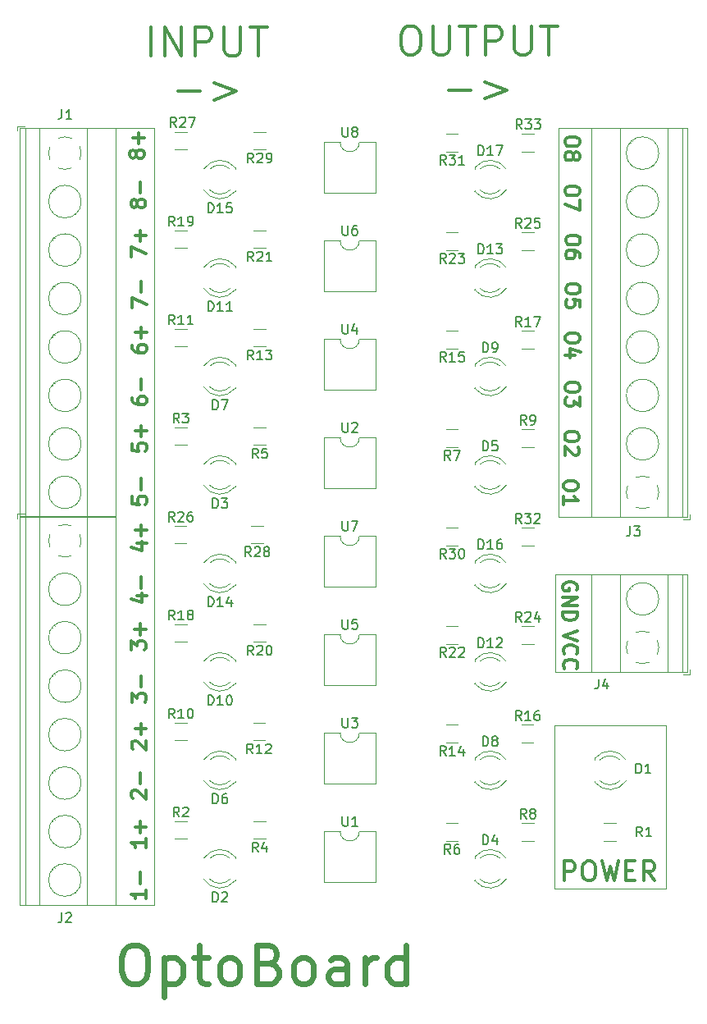
<source format=gbr>
%TF.GenerationSoftware,KiCad,Pcbnew,(5.1.7)-1*%
%TF.CreationDate,2020-10-26T19:11:08+02:00*%
%TF.ProjectId,Opto-Board,4f70746f-2d42-46f6-9172-642e6b696361,rev?*%
%TF.SameCoordinates,Original*%
%TF.FileFunction,Legend,Top*%
%TF.FilePolarity,Positive*%
%FSLAX46Y46*%
G04 Gerber Fmt 4.6, Leading zero omitted, Abs format (unit mm)*
G04 Created by KiCad (PCBNEW (5.1.7)-1) date 2020-10-26 19:11:08*
%MOMM*%
%LPD*%
G01*
G04 APERTURE LIST*
%ADD10C,0.120000*%
%ADD11C,0.300000*%
%ADD12C,0.600000*%
%ADD13C,0.150000*%
%ADD14C,1.900000*%
%ADD15O,1.700000X1.700000*%
%ADD16C,2.700000*%
G04 APERTURE END LIST*
D10*
X108280200Y-150876000D02*
X108280200Y-134035800D01*
X119862600Y-150876000D02*
X108280200Y-150876000D01*
X119862600Y-134035800D02*
X119862600Y-150876000D01*
X108280200Y-134035800D02*
X119862600Y-134035800D01*
D11*
X93195714Y-61870142D02*
X93767142Y-61870142D01*
X94052857Y-62013000D01*
X94338571Y-62298714D01*
X94481428Y-62870142D01*
X94481428Y-63870142D01*
X94338571Y-64441571D01*
X94052857Y-64727285D01*
X93767142Y-64870142D01*
X93195714Y-64870142D01*
X92910000Y-64727285D01*
X92624285Y-64441571D01*
X92481428Y-63870142D01*
X92481428Y-62870142D01*
X92624285Y-62298714D01*
X92910000Y-62013000D01*
X93195714Y-61870142D01*
X95767142Y-61870142D02*
X95767142Y-64298714D01*
X95910000Y-64584428D01*
X96052857Y-64727285D01*
X96338571Y-64870142D01*
X96910000Y-64870142D01*
X97195714Y-64727285D01*
X97338571Y-64584428D01*
X97481428Y-64298714D01*
X97481428Y-61870142D01*
X98481428Y-61870142D02*
X100195714Y-61870142D01*
X99338571Y-64870142D02*
X99338571Y-61870142D01*
X101195714Y-64870142D02*
X101195714Y-61870142D01*
X102338571Y-61870142D01*
X102624285Y-62013000D01*
X102767142Y-62155857D01*
X102910000Y-62441571D01*
X102910000Y-62870142D01*
X102767142Y-63155857D01*
X102624285Y-63298714D01*
X102338571Y-63441571D01*
X101195714Y-63441571D01*
X104195714Y-61870142D02*
X104195714Y-64298714D01*
X104338571Y-64584428D01*
X104481428Y-64727285D01*
X104767142Y-64870142D01*
X105338571Y-64870142D01*
X105624285Y-64727285D01*
X105767142Y-64584428D01*
X105910000Y-64298714D01*
X105910000Y-61870142D01*
X106910000Y-61870142D02*
X108624285Y-61870142D01*
X107767142Y-64870142D02*
X107767142Y-61870142D01*
X97410000Y-68527285D02*
X99695714Y-68527285D01*
X101124285Y-67670142D02*
X103410000Y-68527285D01*
X101124285Y-69384428D01*
X66648485Y-64971742D02*
X66648485Y-61971742D01*
X68077057Y-64971742D02*
X68077057Y-61971742D01*
X69791342Y-64971742D01*
X69791342Y-61971742D01*
X71219914Y-64971742D02*
X71219914Y-61971742D01*
X72362771Y-61971742D01*
X72648485Y-62114600D01*
X72791342Y-62257457D01*
X72934200Y-62543171D01*
X72934200Y-62971742D01*
X72791342Y-63257457D01*
X72648485Y-63400314D01*
X72362771Y-63543171D01*
X71219914Y-63543171D01*
X74219914Y-61971742D02*
X74219914Y-64400314D01*
X74362771Y-64686028D01*
X74505628Y-64828885D01*
X74791342Y-64971742D01*
X75362771Y-64971742D01*
X75648485Y-64828885D01*
X75791342Y-64686028D01*
X75934200Y-64400314D01*
X75934200Y-61971742D01*
X76934200Y-61971742D02*
X78648485Y-61971742D01*
X77791342Y-64971742D02*
X77791342Y-61971742D01*
X69434200Y-68628885D02*
X71719914Y-68628885D01*
X73148485Y-67771742D02*
X75434200Y-68628885D01*
X73148485Y-69486028D01*
D10*
X108432600Y-128560000D02*
X112150500Y-128560000D01*
X108432600Y-118440200D02*
X108432600Y-128560000D01*
X112150500Y-118440000D02*
X108432600Y-118440200D01*
X108712000Y-112560000D02*
X112150500Y-112560000D01*
X108712000Y-72440800D02*
X108712000Y-112560000D01*
X112150500Y-72440000D02*
X108712000Y-72440800D01*
D11*
X110905028Y-73666457D02*
X110905028Y-73952171D01*
X110833600Y-74095028D01*
X110690742Y-74237885D01*
X110405028Y-74309314D01*
X109905028Y-74309314D01*
X109619314Y-74237885D01*
X109476457Y-74095028D01*
X109405028Y-73952171D01*
X109405028Y-73666457D01*
X109476457Y-73523600D01*
X109619314Y-73380742D01*
X109905028Y-73309314D01*
X110405028Y-73309314D01*
X110690742Y-73380742D01*
X110833600Y-73523600D01*
X110905028Y-73666457D01*
X110262171Y-75166457D02*
X110333600Y-75023600D01*
X110405028Y-74952171D01*
X110547885Y-74880742D01*
X110619314Y-74880742D01*
X110762171Y-74952171D01*
X110833600Y-75023600D01*
X110905028Y-75166457D01*
X110905028Y-75452171D01*
X110833600Y-75595028D01*
X110762171Y-75666457D01*
X110619314Y-75737885D01*
X110547885Y-75737885D01*
X110405028Y-75666457D01*
X110333600Y-75595028D01*
X110262171Y-75452171D01*
X110262171Y-75166457D01*
X110190742Y-75023600D01*
X110119314Y-74952171D01*
X109976457Y-74880742D01*
X109690742Y-74880742D01*
X109547885Y-74952171D01*
X109476457Y-75023600D01*
X109405028Y-75166457D01*
X109405028Y-75452171D01*
X109476457Y-75595028D01*
X109547885Y-75666457D01*
X109690742Y-75737885D01*
X109976457Y-75737885D01*
X110119314Y-75666457D01*
X110190742Y-75595028D01*
X110262171Y-75452171D01*
X110905028Y-78746457D02*
X110905028Y-79032171D01*
X110833600Y-79175028D01*
X110690742Y-79317885D01*
X110405028Y-79389314D01*
X109905028Y-79389314D01*
X109619314Y-79317885D01*
X109476457Y-79175028D01*
X109405028Y-79032171D01*
X109405028Y-78746457D01*
X109476457Y-78603600D01*
X109619314Y-78460742D01*
X109905028Y-78389314D01*
X110405028Y-78389314D01*
X110690742Y-78460742D01*
X110833600Y-78603600D01*
X110905028Y-78746457D01*
X110905028Y-79889314D02*
X110905028Y-80889314D01*
X109405028Y-80246457D01*
X110981228Y-83826457D02*
X110981228Y-84112171D01*
X110909800Y-84255028D01*
X110766942Y-84397885D01*
X110481228Y-84469314D01*
X109981228Y-84469314D01*
X109695514Y-84397885D01*
X109552657Y-84255028D01*
X109481228Y-84112171D01*
X109481228Y-83826457D01*
X109552657Y-83683600D01*
X109695514Y-83540742D01*
X109981228Y-83469314D01*
X110481228Y-83469314D01*
X110766942Y-83540742D01*
X110909800Y-83683600D01*
X110981228Y-83826457D01*
X110981228Y-85755028D02*
X110981228Y-85469314D01*
X110909800Y-85326457D01*
X110838371Y-85255028D01*
X110624085Y-85112171D01*
X110338371Y-85040742D01*
X109766942Y-85040742D01*
X109624085Y-85112171D01*
X109552657Y-85183600D01*
X109481228Y-85326457D01*
X109481228Y-85612171D01*
X109552657Y-85755028D01*
X109624085Y-85826457D01*
X109766942Y-85897885D01*
X110124085Y-85897885D01*
X110266942Y-85826457D01*
X110338371Y-85755028D01*
X110409800Y-85612171D01*
X110409800Y-85326457D01*
X110338371Y-85183600D01*
X110266942Y-85112171D01*
X110124085Y-85040742D01*
X110981228Y-88881057D02*
X110981228Y-89166771D01*
X110909800Y-89309628D01*
X110766942Y-89452485D01*
X110481228Y-89523914D01*
X109981228Y-89523914D01*
X109695514Y-89452485D01*
X109552657Y-89309628D01*
X109481228Y-89166771D01*
X109481228Y-88881057D01*
X109552657Y-88738200D01*
X109695514Y-88595342D01*
X109981228Y-88523914D01*
X110481228Y-88523914D01*
X110766942Y-88595342D01*
X110909800Y-88738200D01*
X110981228Y-88881057D01*
X110981228Y-90881057D02*
X110981228Y-90166771D01*
X110266942Y-90095342D01*
X110338371Y-90166771D01*
X110409800Y-90309628D01*
X110409800Y-90666771D01*
X110338371Y-90809628D01*
X110266942Y-90881057D01*
X110124085Y-90952485D01*
X109766942Y-90952485D01*
X109624085Y-90881057D01*
X109552657Y-90809628D01*
X109481228Y-90666771D01*
X109481228Y-90309628D01*
X109552657Y-90166771D01*
X109624085Y-90095342D01*
X110955828Y-93935657D02*
X110955828Y-94221371D01*
X110884400Y-94364228D01*
X110741542Y-94507085D01*
X110455828Y-94578514D01*
X109955828Y-94578514D01*
X109670114Y-94507085D01*
X109527257Y-94364228D01*
X109455828Y-94221371D01*
X109455828Y-93935657D01*
X109527257Y-93792800D01*
X109670114Y-93649942D01*
X109955828Y-93578514D01*
X110455828Y-93578514D01*
X110741542Y-93649942D01*
X110884400Y-93792800D01*
X110955828Y-93935657D01*
X110455828Y-95864228D02*
X109455828Y-95864228D01*
X111027257Y-95507085D02*
X109955828Y-95149942D01*
X109955828Y-96078514D01*
X110955828Y-99041057D02*
X110955828Y-99326771D01*
X110884400Y-99469628D01*
X110741542Y-99612485D01*
X110455828Y-99683914D01*
X109955828Y-99683914D01*
X109670114Y-99612485D01*
X109527257Y-99469628D01*
X109455828Y-99326771D01*
X109455828Y-99041057D01*
X109527257Y-98898200D01*
X109670114Y-98755342D01*
X109955828Y-98683914D01*
X110455828Y-98683914D01*
X110741542Y-98755342D01*
X110884400Y-98898200D01*
X110955828Y-99041057D01*
X110955828Y-100183914D02*
X110955828Y-101112485D01*
X110384400Y-100612485D01*
X110384400Y-100826771D01*
X110312971Y-100969628D01*
X110241542Y-101041057D01*
X110098685Y-101112485D01*
X109741542Y-101112485D01*
X109598685Y-101041057D01*
X109527257Y-100969628D01*
X109455828Y-100826771D01*
X109455828Y-100398200D01*
X109527257Y-100255342D01*
X109598685Y-100183914D01*
X110879628Y-104121057D02*
X110879628Y-104406771D01*
X110808200Y-104549628D01*
X110665342Y-104692485D01*
X110379628Y-104763914D01*
X109879628Y-104763914D01*
X109593914Y-104692485D01*
X109451057Y-104549628D01*
X109379628Y-104406771D01*
X109379628Y-104121057D01*
X109451057Y-103978200D01*
X109593914Y-103835342D01*
X109879628Y-103763914D01*
X110379628Y-103763914D01*
X110665342Y-103835342D01*
X110808200Y-103978200D01*
X110879628Y-104121057D01*
X110736771Y-105335342D02*
X110808200Y-105406771D01*
X110879628Y-105549628D01*
X110879628Y-105906771D01*
X110808200Y-106049628D01*
X110736771Y-106121057D01*
X110593914Y-106192485D01*
X110451057Y-106192485D01*
X110236771Y-106121057D01*
X109379628Y-105263914D01*
X109379628Y-106192485D01*
X110778028Y-109175657D02*
X110778028Y-109461371D01*
X110706600Y-109604228D01*
X110563742Y-109747085D01*
X110278028Y-109818514D01*
X109778028Y-109818514D01*
X109492314Y-109747085D01*
X109349457Y-109604228D01*
X109278028Y-109461371D01*
X109278028Y-109175657D01*
X109349457Y-109032800D01*
X109492314Y-108889942D01*
X109778028Y-108818514D01*
X110278028Y-108818514D01*
X110563742Y-108889942D01*
X110706600Y-109032800D01*
X110778028Y-109175657D01*
X109278028Y-111247085D02*
X109278028Y-110389942D01*
X109278028Y-110818514D02*
X110778028Y-110818514D01*
X110563742Y-110675657D01*
X110420885Y-110532800D01*
X110349457Y-110389942D01*
X110605000Y-120091342D02*
X110676428Y-119948485D01*
X110676428Y-119734200D01*
X110605000Y-119519914D01*
X110462142Y-119377057D01*
X110319285Y-119305628D01*
X110033571Y-119234200D01*
X109819285Y-119234200D01*
X109533571Y-119305628D01*
X109390714Y-119377057D01*
X109247857Y-119519914D01*
X109176428Y-119734200D01*
X109176428Y-119877057D01*
X109247857Y-120091342D01*
X109319285Y-120162771D01*
X109819285Y-120162771D01*
X109819285Y-119877057D01*
X109176428Y-120805628D02*
X110676428Y-120805628D01*
X109176428Y-121662771D01*
X110676428Y-121662771D01*
X109176428Y-122377057D02*
X110676428Y-122377057D01*
X110676428Y-122734200D01*
X110605000Y-122948485D01*
X110462142Y-123091342D01*
X110319285Y-123162771D01*
X110033571Y-123234200D01*
X109819285Y-123234200D01*
X109533571Y-123162771D01*
X109390714Y-123091342D01*
X109247857Y-122948485D01*
X109176428Y-122734200D01*
X109176428Y-122377057D01*
X110727228Y-124314200D02*
X109227228Y-124814200D01*
X110727228Y-125314200D01*
X109370085Y-126671342D02*
X109298657Y-126599914D01*
X109227228Y-126385628D01*
X109227228Y-126242771D01*
X109298657Y-126028485D01*
X109441514Y-125885628D01*
X109584371Y-125814200D01*
X109870085Y-125742771D01*
X110084371Y-125742771D01*
X110370085Y-125814200D01*
X110512942Y-125885628D01*
X110655800Y-126028485D01*
X110727228Y-126242771D01*
X110727228Y-126385628D01*
X110655800Y-126599914D01*
X110584371Y-126671342D01*
X109370085Y-128171342D02*
X109298657Y-128099914D01*
X109227228Y-127885628D01*
X109227228Y-127742771D01*
X109298657Y-127528485D01*
X109441514Y-127385628D01*
X109584371Y-127314200D01*
X109870085Y-127242771D01*
X110084371Y-127242771D01*
X110370085Y-127314200D01*
X110512942Y-127385628D01*
X110655800Y-127528485D01*
X110727228Y-127742771D01*
X110727228Y-127885628D01*
X110655800Y-128099914D01*
X110584371Y-128171342D01*
D10*
X67005200Y-152552400D02*
X63046000Y-152552400D01*
X67005200Y-72440800D02*
X67005200Y-152552400D01*
X63046000Y-72440000D02*
X67005200Y-72440800D01*
D11*
X66159771Y-151020400D02*
X66159771Y-151877542D01*
X66159771Y-151448971D02*
X64659771Y-151448971D01*
X64874057Y-151591828D01*
X65016914Y-151734685D01*
X65088342Y-151877542D01*
X65588342Y-150377542D02*
X65588342Y-149234685D01*
X66159771Y-145762600D02*
X66159771Y-146619742D01*
X66159771Y-146191171D02*
X64659771Y-146191171D01*
X64874057Y-146334028D01*
X65016914Y-146476885D01*
X65088342Y-146619742D01*
X65588342Y-145119742D02*
X65588342Y-143976885D01*
X66159771Y-144548314D02*
X65016914Y-144548314D01*
X64777228Y-141565142D02*
X64705800Y-141493714D01*
X64634371Y-141350857D01*
X64634371Y-140993714D01*
X64705800Y-140850857D01*
X64777228Y-140779428D01*
X64920085Y-140708000D01*
X65062942Y-140708000D01*
X65277228Y-140779428D01*
X66134371Y-141636571D01*
X66134371Y-140708000D01*
X65562942Y-140065142D02*
X65562942Y-138922285D01*
X64828028Y-136485142D02*
X64756600Y-136413714D01*
X64685171Y-136270857D01*
X64685171Y-135913714D01*
X64756600Y-135770857D01*
X64828028Y-135699428D01*
X64970885Y-135628000D01*
X65113742Y-135628000D01*
X65328028Y-135699428D01*
X66185171Y-136556571D01*
X66185171Y-135628000D01*
X65613742Y-134985142D02*
X65613742Y-133842285D01*
X66185171Y-134413714D02*
X65042314Y-134413714D01*
X64685171Y-131654371D02*
X64685171Y-130725800D01*
X65256600Y-131225800D01*
X65256600Y-131011514D01*
X65328028Y-130868657D01*
X65399457Y-130797228D01*
X65542314Y-130725800D01*
X65899457Y-130725800D01*
X66042314Y-130797228D01*
X66113742Y-130868657D01*
X66185171Y-131011514D01*
X66185171Y-131440085D01*
X66113742Y-131582942D01*
X66042314Y-131654371D01*
X65613742Y-130082942D02*
X65613742Y-128940085D01*
X64634371Y-126269571D02*
X64634371Y-125341000D01*
X65205800Y-125841000D01*
X65205800Y-125626714D01*
X65277228Y-125483857D01*
X65348657Y-125412428D01*
X65491514Y-125341000D01*
X65848657Y-125341000D01*
X65991514Y-125412428D01*
X66062942Y-125483857D01*
X66134371Y-125626714D01*
X66134371Y-126055285D01*
X66062942Y-126198142D01*
X65991514Y-126269571D01*
X65562942Y-124698142D02*
X65562942Y-123555285D01*
X66134371Y-124126714D02*
X64991514Y-124126714D01*
X65210571Y-120657857D02*
X66210571Y-120657857D01*
X64639142Y-121015000D02*
X65710571Y-121372142D01*
X65710571Y-120443571D01*
X65639142Y-119872142D02*
X65639142Y-118729285D01*
X65210571Y-115273057D02*
X66210571Y-115273057D01*
X64639142Y-115630200D02*
X65710571Y-115987342D01*
X65710571Y-115058771D01*
X65639142Y-114487342D02*
X65639142Y-113344485D01*
X66210571Y-113915914D02*
X65067714Y-113915914D01*
X64735971Y-110451828D02*
X64735971Y-111166114D01*
X65450257Y-111237542D01*
X65378828Y-111166114D01*
X65307400Y-111023257D01*
X65307400Y-110666114D01*
X65378828Y-110523257D01*
X65450257Y-110451828D01*
X65593114Y-110380400D01*
X65950257Y-110380400D01*
X66093114Y-110451828D01*
X66164542Y-110523257D01*
X66235971Y-110666114D01*
X66235971Y-111023257D01*
X66164542Y-111166114D01*
X66093114Y-111237542D01*
X65664542Y-109737542D02*
X65664542Y-108594685D01*
X64710571Y-104965428D02*
X64710571Y-105679714D01*
X65424857Y-105751142D01*
X65353428Y-105679714D01*
X65282000Y-105536857D01*
X65282000Y-105179714D01*
X65353428Y-105036857D01*
X65424857Y-104965428D01*
X65567714Y-104894000D01*
X65924857Y-104894000D01*
X66067714Y-104965428D01*
X66139142Y-105036857D01*
X66210571Y-105179714D01*
X66210571Y-105536857D01*
X66139142Y-105679714D01*
X66067714Y-105751142D01*
X65639142Y-104251142D02*
X65639142Y-103108285D01*
X66210571Y-103679714D02*
X65067714Y-103679714D01*
X64735971Y-100236257D02*
X64735971Y-100521971D01*
X64807400Y-100664828D01*
X64878828Y-100736257D01*
X65093114Y-100879114D01*
X65378828Y-100950542D01*
X65950257Y-100950542D01*
X66093114Y-100879114D01*
X66164542Y-100807685D01*
X66235971Y-100664828D01*
X66235971Y-100379114D01*
X66164542Y-100236257D01*
X66093114Y-100164828D01*
X65950257Y-100093400D01*
X65593114Y-100093400D01*
X65450257Y-100164828D01*
X65378828Y-100236257D01*
X65307400Y-100379114D01*
X65307400Y-100664828D01*
X65378828Y-100807685D01*
X65450257Y-100879114D01*
X65593114Y-100950542D01*
X65664542Y-99450542D02*
X65664542Y-98307685D01*
X64735971Y-94876857D02*
X64735971Y-95162571D01*
X64807400Y-95305428D01*
X64878828Y-95376857D01*
X65093114Y-95519714D01*
X65378828Y-95591142D01*
X65950257Y-95591142D01*
X66093114Y-95519714D01*
X66164542Y-95448285D01*
X66235971Y-95305428D01*
X66235971Y-95019714D01*
X66164542Y-94876857D01*
X66093114Y-94805428D01*
X65950257Y-94734000D01*
X65593114Y-94734000D01*
X65450257Y-94805428D01*
X65378828Y-94876857D01*
X65307400Y-95019714D01*
X65307400Y-95305428D01*
X65378828Y-95448285D01*
X65450257Y-95519714D01*
X65593114Y-95591142D01*
X65664542Y-94091142D02*
X65664542Y-92948285D01*
X66235971Y-93519714D02*
X65093114Y-93519714D01*
X64735971Y-90938171D02*
X64735971Y-89938171D01*
X66235971Y-90581028D01*
X65664542Y-89366742D02*
X65664542Y-88223885D01*
X64659771Y-85680371D02*
X64659771Y-84680371D01*
X66159771Y-85323228D01*
X65588342Y-84108942D02*
X65588342Y-82966085D01*
X66159771Y-83537514D02*
X65016914Y-83537514D01*
X65251828Y-80344828D02*
X65180400Y-80487685D01*
X65108971Y-80559114D01*
X64966114Y-80630542D01*
X64894685Y-80630542D01*
X64751828Y-80559114D01*
X64680400Y-80487685D01*
X64608971Y-80344828D01*
X64608971Y-80059114D01*
X64680400Y-79916257D01*
X64751828Y-79844828D01*
X64894685Y-79773400D01*
X64966114Y-79773400D01*
X65108971Y-79844828D01*
X65180400Y-79916257D01*
X65251828Y-80059114D01*
X65251828Y-80344828D01*
X65323257Y-80487685D01*
X65394685Y-80559114D01*
X65537542Y-80630542D01*
X65823257Y-80630542D01*
X65966114Y-80559114D01*
X66037542Y-80487685D01*
X66108971Y-80344828D01*
X66108971Y-80059114D01*
X66037542Y-79916257D01*
X65966114Y-79844828D01*
X65823257Y-79773400D01*
X65537542Y-79773400D01*
X65394685Y-79844828D01*
X65323257Y-79916257D01*
X65251828Y-80059114D01*
X65537542Y-79130542D02*
X65537542Y-77987685D01*
X65124828Y-75239428D02*
X65053400Y-75382285D01*
X64981971Y-75453714D01*
X64839114Y-75525142D01*
X64767685Y-75525142D01*
X64624828Y-75453714D01*
X64553400Y-75382285D01*
X64481971Y-75239428D01*
X64481971Y-74953714D01*
X64553400Y-74810857D01*
X64624828Y-74739428D01*
X64767685Y-74668000D01*
X64839114Y-74668000D01*
X64981971Y-74739428D01*
X65053400Y-74810857D01*
X65124828Y-74953714D01*
X65124828Y-75239428D01*
X65196257Y-75382285D01*
X65267685Y-75453714D01*
X65410542Y-75525142D01*
X65696257Y-75525142D01*
X65839114Y-75453714D01*
X65910542Y-75382285D01*
X65981971Y-75239428D01*
X65981971Y-74953714D01*
X65910542Y-74810857D01*
X65839114Y-74739428D01*
X65696257Y-74668000D01*
X65410542Y-74668000D01*
X65267685Y-74739428D01*
X65196257Y-74810857D01*
X65124828Y-74953714D01*
X65410542Y-74025142D02*
X65410542Y-72882285D01*
X65981971Y-73453714D02*
X64839114Y-73453714D01*
D12*
X64600276Y-156711923D02*
X65362180Y-156711923D01*
X65743133Y-156902400D01*
X66124085Y-157283352D01*
X66314561Y-158045257D01*
X66314561Y-159378590D01*
X66124085Y-160140495D01*
X65743133Y-160521447D01*
X65362180Y-160711923D01*
X64600276Y-160711923D01*
X64219323Y-160521447D01*
X63838371Y-160140495D01*
X63647895Y-159378590D01*
X63647895Y-158045257D01*
X63838371Y-157283352D01*
X64219323Y-156902400D01*
X64600276Y-156711923D01*
X68028847Y-158045257D02*
X68028847Y-162045257D01*
X68028847Y-158235733D02*
X68409800Y-158045257D01*
X69171704Y-158045257D01*
X69552657Y-158235733D01*
X69743133Y-158426209D01*
X69933609Y-158807161D01*
X69933609Y-159950019D01*
X69743133Y-160330971D01*
X69552657Y-160521447D01*
X69171704Y-160711923D01*
X68409800Y-160711923D01*
X68028847Y-160521447D01*
X71076466Y-158045257D02*
X72600276Y-158045257D01*
X71647895Y-156711923D02*
X71647895Y-160140495D01*
X71838371Y-160521447D01*
X72219323Y-160711923D01*
X72600276Y-160711923D01*
X74505038Y-160711923D02*
X74124085Y-160521447D01*
X73933609Y-160330971D01*
X73743133Y-159950019D01*
X73743133Y-158807161D01*
X73933609Y-158426209D01*
X74124085Y-158235733D01*
X74505038Y-158045257D01*
X75076466Y-158045257D01*
X75457419Y-158235733D01*
X75647895Y-158426209D01*
X75838371Y-158807161D01*
X75838371Y-159950019D01*
X75647895Y-160330971D01*
X75457419Y-160521447D01*
X75076466Y-160711923D01*
X74505038Y-160711923D01*
X78885990Y-158616685D02*
X79457419Y-158807161D01*
X79647895Y-158997638D01*
X79838371Y-159378590D01*
X79838371Y-159950019D01*
X79647895Y-160330971D01*
X79457419Y-160521447D01*
X79076466Y-160711923D01*
X77552657Y-160711923D01*
X77552657Y-156711923D01*
X78885990Y-156711923D01*
X79266942Y-156902400D01*
X79457419Y-157092876D01*
X79647895Y-157473828D01*
X79647895Y-157854780D01*
X79457419Y-158235733D01*
X79266942Y-158426209D01*
X78885990Y-158616685D01*
X77552657Y-158616685D01*
X82124085Y-160711923D02*
X81743133Y-160521447D01*
X81552657Y-160330971D01*
X81362180Y-159950019D01*
X81362180Y-158807161D01*
X81552657Y-158426209D01*
X81743133Y-158235733D01*
X82124085Y-158045257D01*
X82695514Y-158045257D01*
X83076466Y-158235733D01*
X83266942Y-158426209D01*
X83457419Y-158807161D01*
X83457419Y-159950019D01*
X83266942Y-160330971D01*
X83076466Y-160521447D01*
X82695514Y-160711923D01*
X82124085Y-160711923D01*
X86885990Y-160711923D02*
X86885990Y-158616685D01*
X86695514Y-158235733D01*
X86314561Y-158045257D01*
X85552657Y-158045257D01*
X85171704Y-158235733D01*
X86885990Y-160521447D02*
X86505038Y-160711923D01*
X85552657Y-160711923D01*
X85171704Y-160521447D01*
X84981228Y-160140495D01*
X84981228Y-159759542D01*
X85171704Y-159378590D01*
X85552657Y-159188114D01*
X86505038Y-159188114D01*
X86885990Y-158997638D01*
X88790752Y-160711923D02*
X88790752Y-158045257D01*
X88790752Y-158807161D02*
X88981228Y-158426209D01*
X89171704Y-158235733D01*
X89552657Y-158045257D01*
X89933609Y-158045257D01*
X92981228Y-160711923D02*
X92981228Y-156711923D01*
X92981228Y-160521447D02*
X92600276Y-160711923D01*
X91838371Y-160711923D01*
X91457419Y-160521447D01*
X91266942Y-160330971D01*
X91076466Y-159950019D01*
X91076466Y-158807161D01*
X91266942Y-158426209D01*
X91457419Y-158235733D01*
X91838371Y-158045257D01*
X92600276Y-158045257D01*
X92981228Y-158235733D01*
D11*
X109325352Y-150053561D02*
X109325352Y-148053561D01*
X110087257Y-148053561D01*
X110277733Y-148148800D01*
X110372971Y-148244038D01*
X110468209Y-148434514D01*
X110468209Y-148720228D01*
X110372971Y-148910704D01*
X110277733Y-149005942D01*
X110087257Y-149101180D01*
X109325352Y-149101180D01*
X111706304Y-148053561D02*
X112087257Y-148053561D01*
X112277733Y-148148800D01*
X112468209Y-148339276D01*
X112563447Y-148720228D01*
X112563447Y-149386895D01*
X112468209Y-149767847D01*
X112277733Y-149958323D01*
X112087257Y-150053561D01*
X111706304Y-150053561D01*
X111515828Y-149958323D01*
X111325352Y-149767847D01*
X111230114Y-149386895D01*
X111230114Y-148720228D01*
X111325352Y-148339276D01*
X111515828Y-148148800D01*
X111706304Y-148053561D01*
X113230114Y-148053561D02*
X113706304Y-150053561D01*
X114087257Y-148624990D01*
X114468209Y-150053561D01*
X114944400Y-148053561D01*
X115706304Y-149005942D02*
X116372971Y-149005942D01*
X116658685Y-150053561D02*
X115706304Y-150053561D01*
X115706304Y-148053561D01*
X116658685Y-148053561D01*
X118658685Y-150053561D02*
X117992019Y-149101180D01*
X117515828Y-150053561D02*
X117515828Y-148053561D01*
X118277733Y-148053561D01*
X118468209Y-148148800D01*
X118563447Y-148244038D01*
X118658685Y-148434514D01*
X118658685Y-148720228D01*
X118563447Y-148910704D01*
X118468209Y-149005942D01*
X118277733Y-149101180D01*
X117515828Y-149101180D01*
D10*
%TO.C,D1*%
X112486000Y-137448000D02*
X112486000Y-137604000D01*
X112486000Y-139764000D02*
X112486000Y-139920000D01*
X115087130Y-139763837D02*
G75*
G02*
X113005039Y-139764000I-1041130J1079837D01*
G01*
X115087130Y-137604163D02*
G75*
G03*
X113005039Y-137604000I-1041130J-1079837D01*
G01*
X115718335Y-139762608D02*
G75*
G02*
X112486000Y-139919516I-1672335J1078608D01*
G01*
X115718335Y-137605392D02*
G75*
G03*
X112486000Y-137448484I-1672335J-1078608D01*
G01*
%TO.C,D2*%
X75347000Y-147764000D02*
X75347000Y-147608000D01*
X75347000Y-150080000D02*
X75347000Y-149924000D01*
X72114665Y-149922608D02*
G75*
G03*
X75347000Y-150079516I1672335J1078608D01*
G01*
X72114665Y-147765392D02*
G75*
G02*
X75347000Y-147608484I1672335J-1078608D01*
G01*
X72745870Y-149923837D02*
G75*
G03*
X74827961Y-149924000I1041130J1079837D01*
G01*
X72745870Y-147764163D02*
G75*
G02*
X74827961Y-147764000I1041130J-1079837D01*
G01*
%TO.C,D3*%
X75347000Y-109440000D02*
X75347000Y-109284000D01*
X75347000Y-107124000D02*
X75347000Y-106968000D01*
X72745870Y-107124163D02*
G75*
G02*
X74827961Y-107124000I1041130J-1079837D01*
G01*
X72745870Y-109283837D02*
G75*
G03*
X74827961Y-109284000I1041130J1079837D01*
G01*
X72114665Y-107125392D02*
G75*
G02*
X75347000Y-106968484I1672335J-1078608D01*
G01*
X72114665Y-109282608D02*
G75*
G03*
X75347000Y-109439516I1672335J1078608D01*
G01*
%TO.C,D4*%
X100103500Y-149924000D02*
X100103500Y-150080000D01*
X100103500Y-147608000D02*
X100103500Y-147764000D01*
X103335835Y-147765392D02*
G75*
G03*
X100103500Y-147608484I-1672335J-1078608D01*
G01*
X103335835Y-149922608D02*
G75*
G02*
X100103500Y-150079516I-1672335J1078608D01*
G01*
X102704630Y-147764163D02*
G75*
G03*
X100622539Y-147764000I-1041130J-1079837D01*
G01*
X102704630Y-149923837D02*
G75*
G02*
X100622539Y-149924000I-1041130J1079837D01*
G01*
%TO.C,D5*%
X100103500Y-109284000D02*
X100103500Y-109440000D01*
X100103500Y-106968000D02*
X100103500Y-107124000D01*
X103335835Y-107125392D02*
G75*
G03*
X100103500Y-106968484I-1672335J-1078608D01*
G01*
X103335835Y-109282608D02*
G75*
G02*
X100103500Y-109439516I-1672335J1078608D01*
G01*
X102704630Y-107124163D02*
G75*
G03*
X100622539Y-107124000I-1041130J-1079837D01*
G01*
X102704630Y-109283837D02*
G75*
G02*
X100622539Y-109284000I-1041130J1079837D01*
G01*
%TO.C,D6*%
X75347000Y-139920000D02*
X75347000Y-139764000D01*
X75347000Y-137604000D02*
X75347000Y-137448000D01*
X72745870Y-137604163D02*
G75*
G02*
X74827961Y-137604000I1041130J-1079837D01*
G01*
X72745870Y-139763837D02*
G75*
G03*
X74827961Y-139764000I1041130J1079837D01*
G01*
X72114665Y-137605392D02*
G75*
G02*
X75347000Y-137448484I1672335J-1078608D01*
G01*
X72114665Y-139762608D02*
G75*
G03*
X75347000Y-139919516I1672335J1078608D01*
G01*
%TO.C,D7*%
X75347000Y-96964000D02*
X75347000Y-96808000D01*
X75347000Y-99280000D02*
X75347000Y-99124000D01*
X72114665Y-99122608D02*
G75*
G03*
X75347000Y-99279516I1672335J1078608D01*
G01*
X72114665Y-96965392D02*
G75*
G02*
X75347000Y-96808484I1672335J-1078608D01*
G01*
X72745870Y-99123837D02*
G75*
G03*
X74827961Y-99124000I1041130J1079837D01*
G01*
X72745870Y-96964163D02*
G75*
G02*
X74827961Y-96964000I1041130J-1079837D01*
G01*
%TO.C,D8*%
X100103500Y-137448000D02*
X100103500Y-137604000D01*
X100103500Y-139764000D02*
X100103500Y-139920000D01*
X102704630Y-139763837D02*
G75*
G02*
X100622539Y-139764000I-1041130J1079837D01*
G01*
X102704630Y-137604163D02*
G75*
G03*
X100622539Y-137604000I-1041130J-1079837D01*
G01*
X103335835Y-139762608D02*
G75*
G02*
X100103500Y-139919516I-1672335J1078608D01*
G01*
X103335835Y-137605392D02*
G75*
G03*
X100103500Y-137448484I-1672335J-1078608D01*
G01*
%TO.C,D9*%
X100103500Y-99124000D02*
X100103500Y-99280000D01*
X100103500Y-96808000D02*
X100103500Y-96964000D01*
X103335835Y-96965392D02*
G75*
G03*
X100103500Y-96808484I-1672335J-1078608D01*
G01*
X103335835Y-99122608D02*
G75*
G02*
X100103500Y-99279516I-1672335J1078608D01*
G01*
X102704630Y-96964163D02*
G75*
G03*
X100622539Y-96964000I-1041130J-1079837D01*
G01*
X102704630Y-99123837D02*
G75*
G02*
X100622539Y-99124000I-1041130J1079837D01*
G01*
%TO.C,D10*%
X75347000Y-127444000D02*
X75347000Y-127288000D01*
X75347000Y-129760000D02*
X75347000Y-129604000D01*
X72114665Y-129602608D02*
G75*
G03*
X75347000Y-129759516I1672335J1078608D01*
G01*
X72114665Y-127445392D02*
G75*
G02*
X75347000Y-127288484I1672335J-1078608D01*
G01*
X72745870Y-129603837D02*
G75*
G03*
X74827961Y-129604000I1041130J1079837D01*
G01*
X72745870Y-127444163D02*
G75*
G02*
X74827961Y-127444000I1041130J-1079837D01*
G01*
%TO.C,D11*%
X75347000Y-86804000D02*
X75347000Y-86648000D01*
X75347000Y-89120000D02*
X75347000Y-88964000D01*
X72114665Y-88962608D02*
G75*
G03*
X75347000Y-89119516I1672335J1078608D01*
G01*
X72114665Y-86805392D02*
G75*
G02*
X75347000Y-86648484I1672335J-1078608D01*
G01*
X72745870Y-88963837D02*
G75*
G03*
X74827961Y-88964000I1041130J1079837D01*
G01*
X72745870Y-86804163D02*
G75*
G02*
X74827961Y-86804000I1041130J-1079837D01*
G01*
%TO.C,D12*%
X100103500Y-127288000D02*
X100103500Y-127444000D01*
X100103500Y-129604000D02*
X100103500Y-129760000D01*
X102704630Y-129603837D02*
G75*
G02*
X100622539Y-129604000I-1041130J1079837D01*
G01*
X102704630Y-127444163D02*
G75*
G03*
X100622539Y-127444000I-1041130J-1079837D01*
G01*
X103335835Y-129602608D02*
G75*
G02*
X100103500Y-129759516I-1672335J1078608D01*
G01*
X103335835Y-127445392D02*
G75*
G03*
X100103500Y-127288484I-1672335J-1078608D01*
G01*
%TO.C,D13*%
X100103500Y-88964000D02*
X100103500Y-89120000D01*
X100103500Y-86648000D02*
X100103500Y-86804000D01*
X103335835Y-86805392D02*
G75*
G03*
X100103500Y-86648484I-1672335J-1078608D01*
G01*
X103335835Y-88962608D02*
G75*
G02*
X100103500Y-89119516I-1672335J1078608D01*
G01*
X102704630Y-86804163D02*
G75*
G03*
X100622539Y-86804000I-1041130J-1079837D01*
G01*
X102704630Y-88963837D02*
G75*
G02*
X100622539Y-88964000I-1041130J1079837D01*
G01*
%TO.C,D14*%
X75347000Y-117284000D02*
X75347000Y-117128000D01*
X75347000Y-119600000D02*
X75347000Y-119444000D01*
X72114665Y-119442608D02*
G75*
G03*
X75347000Y-119599516I1672335J1078608D01*
G01*
X72114665Y-117285392D02*
G75*
G02*
X75347000Y-117128484I1672335J-1078608D01*
G01*
X72745870Y-119443837D02*
G75*
G03*
X74827961Y-119444000I1041130J1079837D01*
G01*
X72745870Y-117284163D02*
G75*
G02*
X74827961Y-117284000I1041130J-1079837D01*
G01*
%TO.C,D15*%
X75347000Y-78960000D02*
X75347000Y-78804000D01*
X75347000Y-76644000D02*
X75347000Y-76488000D01*
X72745870Y-76644163D02*
G75*
G02*
X74827961Y-76644000I1041130J-1079837D01*
G01*
X72745870Y-78803837D02*
G75*
G03*
X74827961Y-78804000I1041130J1079837D01*
G01*
X72114665Y-76645392D02*
G75*
G02*
X75347000Y-76488484I1672335J-1078608D01*
G01*
X72114665Y-78802608D02*
G75*
G03*
X75347000Y-78959516I1672335J1078608D01*
G01*
%TO.C,D16*%
X100103500Y-117128000D02*
X100103500Y-117284000D01*
X100103500Y-119444000D02*
X100103500Y-119600000D01*
X102704630Y-119443837D02*
G75*
G02*
X100622539Y-119444000I-1041130J1079837D01*
G01*
X102704630Y-117284163D02*
G75*
G03*
X100622539Y-117284000I-1041130J-1079837D01*
G01*
X103335835Y-119442608D02*
G75*
G02*
X100103500Y-119599516I-1672335J1078608D01*
G01*
X103335835Y-117285392D02*
G75*
G03*
X100103500Y-117128484I-1672335J-1078608D01*
G01*
%TO.C,D17*%
X100103500Y-76488000D02*
X100103500Y-76644000D01*
X100103500Y-78804000D02*
X100103500Y-78960000D01*
X102704630Y-78803837D02*
G75*
G02*
X100622539Y-78804000I-1041130J1079837D01*
G01*
X102704630Y-76644163D02*
G75*
G03*
X100622539Y-76644000I-1041130J-1079837D01*
G01*
X103335835Y-78802608D02*
G75*
G02*
X100103500Y-78959516I-1672335J1078608D01*
G01*
X103335835Y-76645392D02*
G75*
G03*
X100103500Y-76488484I-1672335J-1078608D01*
G01*
%TO.C,R1*%
X114636964Y-144124000D02*
X113432836Y-144124000D01*
X114636964Y-145944000D02*
X113432836Y-145944000D01*
%TO.C,R2*%
X69147936Y-143933500D02*
X70352064Y-143933500D01*
X69147936Y-145753500D02*
X70352064Y-145753500D01*
%TO.C,R3*%
X69147936Y-103293500D02*
X70352064Y-103293500D01*
X69147936Y-105113500D02*
X70352064Y-105113500D01*
%TO.C,R4*%
X78489564Y-145753500D02*
X77285436Y-145753500D01*
X78489564Y-143933500D02*
X77285436Y-143933500D01*
%TO.C,R5*%
X78489564Y-103293500D02*
X77285436Y-103293500D01*
X78489564Y-105113500D02*
X77285436Y-105113500D01*
%TO.C,R6*%
X98355564Y-145944000D02*
X97151436Y-145944000D01*
X98355564Y-144124000D02*
X97151436Y-144124000D01*
%TO.C,R7*%
X98355564Y-103484000D02*
X97151436Y-103484000D01*
X98355564Y-105304000D02*
X97151436Y-105304000D01*
%TO.C,R8*%
X104971436Y-144124000D02*
X106175564Y-144124000D01*
X104971436Y-145944000D02*
X106175564Y-145944000D01*
%TO.C,R9*%
X104971436Y-103484000D02*
X106175564Y-103484000D01*
X104971436Y-105304000D02*
X106175564Y-105304000D01*
%TO.C,R10*%
X69147936Y-135593500D02*
X70352064Y-135593500D01*
X69147936Y-133773500D02*
X70352064Y-133773500D01*
%TO.C,R11*%
X69147936Y-93133500D02*
X70352064Y-93133500D01*
X69147936Y-94953500D02*
X70352064Y-94953500D01*
%TO.C,R12*%
X78426064Y-135593500D02*
X77221936Y-135593500D01*
X78426064Y-133773500D02*
X77221936Y-133773500D01*
%TO.C,R13*%
X78489564Y-93133500D02*
X77285436Y-93133500D01*
X78489564Y-94953500D02*
X77285436Y-94953500D01*
%TO.C,R14*%
X98352364Y-133989400D02*
X97148236Y-133989400D01*
X98352364Y-135809400D02*
X97148236Y-135809400D01*
%TO.C,R15*%
X98355564Y-93324000D02*
X97151436Y-93324000D01*
X98355564Y-95144000D02*
X97151436Y-95144000D01*
%TO.C,R16*%
X104949236Y-133989400D02*
X106153364Y-133989400D01*
X104949236Y-135809400D02*
X106153364Y-135809400D01*
%TO.C,R17*%
X104971436Y-95144000D02*
X106175564Y-95144000D01*
X104971436Y-93324000D02*
X106175564Y-93324000D01*
%TO.C,R18*%
X69147936Y-125433500D02*
X70352064Y-125433500D01*
X69147936Y-123613500D02*
X70352064Y-123613500D01*
%TO.C,R19*%
X69147936Y-82973500D02*
X70352064Y-82973500D01*
X69147936Y-84793500D02*
X70352064Y-84793500D01*
%TO.C,R20*%
X78489564Y-123613500D02*
X77285436Y-123613500D01*
X78489564Y-125433500D02*
X77285436Y-125433500D01*
%TO.C,R21*%
X78489564Y-82973500D02*
X77285436Y-82973500D01*
X78489564Y-84793500D02*
X77285436Y-84793500D01*
%TO.C,R22*%
X98355564Y-123804000D02*
X97151436Y-123804000D01*
X98355564Y-125624000D02*
X97151436Y-125624000D01*
%TO.C,R23*%
X98355564Y-83164000D02*
X97151436Y-83164000D01*
X98355564Y-84984000D02*
X97151436Y-84984000D01*
%TO.C,R24*%
X104971436Y-123804000D02*
X106175564Y-123804000D01*
X104971436Y-125624000D02*
X106175564Y-125624000D01*
%TO.C,R25*%
X104971436Y-83164000D02*
X106175564Y-83164000D01*
X104971436Y-84984000D02*
X106175564Y-84984000D01*
%TO.C,R26*%
X69132036Y-113466200D02*
X70336164Y-113466200D01*
X69132036Y-115286200D02*
X70336164Y-115286200D01*
%TO.C,R27*%
X69157436Y-72813500D02*
X70361564Y-72813500D01*
X69157436Y-74633500D02*
X70361564Y-74633500D01*
%TO.C,R28*%
X78238764Y-113440800D02*
X77034636Y-113440800D01*
X78238764Y-115260800D02*
X77034636Y-115260800D01*
%TO.C,R29*%
X78480064Y-72813500D02*
X77275936Y-72813500D01*
X78480064Y-74633500D02*
X77275936Y-74633500D01*
%TO.C,R30*%
X98355564Y-113644000D02*
X97151436Y-113644000D01*
X98355564Y-115464000D02*
X97151436Y-115464000D01*
%TO.C,R31*%
X98365064Y-73004000D02*
X97160936Y-73004000D01*
X98365064Y-74824000D02*
X97160936Y-74824000D01*
%TO.C,R32*%
X104971436Y-113644000D02*
X106175564Y-113644000D01*
X104971436Y-115464000D02*
X106175564Y-115464000D01*
%TO.C,R33*%
X104961936Y-73004000D02*
X106166064Y-73004000D01*
X104961936Y-74824000D02*
X106166064Y-74824000D01*
%TO.C,U1*%
X86185500Y-144974000D02*
X84535500Y-144974000D01*
X84535500Y-144974000D02*
X84535500Y-150174000D01*
X84535500Y-150174000D02*
X89835500Y-150174000D01*
X89835500Y-150174000D02*
X89835500Y-144974000D01*
X89835500Y-144974000D02*
X88185500Y-144974000D01*
X88185500Y-144974000D02*
G75*
G02*
X86185500Y-144974000I-1000000J0D01*
G01*
%TO.C,U2*%
X86185500Y-104334000D02*
X84535500Y-104334000D01*
X84535500Y-104334000D02*
X84535500Y-109534000D01*
X84535500Y-109534000D02*
X89835500Y-109534000D01*
X89835500Y-109534000D02*
X89835500Y-104334000D01*
X89835500Y-104334000D02*
X88185500Y-104334000D01*
X88185500Y-104334000D02*
G75*
G02*
X86185500Y-104334000I-1000000J0D01*
G01*
%TO.C,U3*%
X89835500Y-134814000D02*
X88185500Y-134814000D01*
X89835500Y-140014000D02*
X89835500Y-134814000D01*
X84535500Y-140014000D02*
X89835500Y-140014000D01*
X84535500Y-134814000D02*
X84535500Y-140014000D01*
X86185500Y-134814000D02*
X84535500Y-134814000D01*
X88185500Y-134814000D02*
G75*
G02*
X86185500Y-134814000I-1000000J0D01*
G01*
%TO.C,U4*%
X89835500Y-94174000D02*
X88185500Y-94174000D01*
X89835500Y-99374000D02*
X89835500Y-94174000D01*
X84535500Y-99374000D02*
X89835500Y-99374000D01*
X84535500Y-94174000D02*
X84535500Y-99374000D01*
X86185500Y-94174000D02*
X84535500Y-94174000D01*
X88185500Y-94174000D02*
G75*
G02*
X86185500Y-94174000I-1000000J0D01*
G01*
%TO.C,U5*%
X86185500Y-124654000D02*
X84535500Y-124654000D01*
X84535500Y-124654000D02*
X84535500Y-129854000D01*
X84535500Y-129854000D02*
X89835500Y-129854000D01*
X89835500Y-129854000D02*
X89835500Y-124654000D01*
X89835500Y-124654000D02*
X88185500Y-124654000D01*
X88185500Y-124654000D02*
G75*
G02*
X86185500Y-124654000I-1000000J0D01*
G01*
%TO.C,U6*%
X86185500Y-84014000D02*
X84535500Y-84014000D01*
X84535500Y-84014000D02*
X84535500Y-89214000D01*
X84535500Y-89214000D02*
X89835500Y-89214000D01*
X89835500Y-89214000D02*
X89835500Y-84014000D01*
X89835500Y-84014000D02*
X88185500Y-84014000D01*
X88185500Y-84014000D02*
G75*
G02*
X86185500Y-84014000I-1000000J0D01*
G01*
%TO.C,U7*%
X89835500Y-114494000D02*
X88185500Y-114494000D01*
X89835500Y-119694000D02*
X89835500Y-114494000D01*
X84535500Y-119694000D02*
X89835500Y-119694000D01*
X84535500Y-114494000D02*
X84535500Y-119694000D01*
X86185500Y-114494000D02*
X84535500Y-114494000D01*
X88185500Y-114494000D02*
G75*
G02*
X86185500Y-114494000I-1000000J0D01*
G01*
%TO.C,U8*%
X89835500Y-73854000D02*
X88185500Y-73854000D01*
X89835500Y-79054000D02*
X89835500Y-73854000D01*
X84535500Y-79054000D02*
X89835500Y-79054000D01*
X84535500Y-73854000D02*
X84535500Y-79054000D01*
X86185500Y-73854000D02*
X84535500Y-73854000D01*
X88185500Y-73854000D02*
G75*
G02*
X86185500Y-73854000I-1000000J0D01*
G01*
%TO.C,J1*%
X59465000Y-80000000D02*
G75*
G03*
X59465000Y-80000000I-1680000J0D01*
G01*
X59465000Y-85000000D02*
G75*
G03*
X59465000Y-85000000I-1680000J0D01*
G01*
X59465000Y-90000000D02*
G75*
G03*
X59465000Y-90000000I-1680000J0D01*
G01*
X59465000Y-95000000D02*
G75*
G03*
X59465000Y-95000000I-1680000J0D01*
G01*
X59465000Y-100000000D02*
G75*
G03*
X59465000Y-100000000I-1680000J0D01*
G01*
X59465000Y-105000000D02*
G75*
G03*
X59465000Y-105000000I-1680000J0D01*
G01*
X59465000Y-110000000D02*
G75*
G03*
X59465000Y-110000000I-1680000J0D01*
G01*
X53685000Y-72440000D02*
X53685000Y-112560000D01*
X55185000Y-72440000D02*
X55185000Y-112560000D01*
X60086000Y-72440000D02*
X60086000Y-112560000D01*
X63046000Y-72440000D02*
X63046000Y-112560000D01*
X53125000Y-72440000D02*
X53125000Y-112560000D01*
X63046000Y-72440000D02*
X53125000Y-72440000D01*
X63046000Y-112560000D02*
X53125000Y-112560000D01*
X58854000Y-81275000D02*
X58808000Y-81228000D01*
X56546000Y-78966000D02*
X56511000Y-78931000D01*
X59060000Y-81070000D02*
X59024000Y-81035000D01*
X56762000Y-78773000D02*
X56716000Y-78726000D01*
X58854000Y-86275000D02*
X58808000Y-86228000D01*
X56546000Y-83966000D02*
X56511000Y-83931000D01*
X59060000Y-86070000D02*
X59024000Y-86035000D01*
X56762000Y-83773000D02*
X56716000Y-83726000D01*
X58854000Y-91275000D02*
X58808000Y-91228000D01*
X56546000Y-88966000D02*
X56511000Y-88931000D01*
X59060000Y-91070000D02*
X59024000Y-91035000D01*
X56762000Y-88773000D02*
X56716000Y-88726000D01*
X58854000Y-96275000D02*
X58808000Y-96228000D01*
X56546000Y-93966000D02*
X56511000Y-93931000D01*
X59060000Y-96070000D02*
X59024000Y-96035000D01*
X56762000Y-93773000D02*
X56716000Y-93726000D01*
X58854000Y-101275000D02*
X58808000Y-101228000D01*
X56546000Y-98966000D02*
X56511000Y-98931000D01*
X59060000Y-101070000D02*
X59024000Y-101035000D01*
X56762000Y-98773000D02*
X56716000Y-98726000D01*
X58854000Y-106275000D02*
X58808000Y-106228000D01*
X56546000Y-103966000D02*
X56511000Y-103931000D01*
X59060000Y-106070000D02*
X59024000Y-106035000D01*
X56762000Y-103773000D02*
X56716000Y-103726000D01*
X58854000Y-111275000D02*
X58808000Y-111228000D01*
X56546000Y-108966000D02*
X56511000Y-108931000D01*
X59060000Y-111070000D02*
X59024000Y-111035000D01*
X56762000Y-108773000D02*
X56716000Y-108726000D01*
X53625000Y-72200000D02*
X52885000Y-72200000D01*
X52885000Y-72200000D02*
X52885000Y-72700000D01*
X56250244Y-75683318D02*
G75*
G02*
X56105000Y-75000000I1534756J683318D01*
G01*
X58468042Y-76535426D02*
G75*
G02*
X57101000Y-76535000I-683042J1535426D01*
G01*
X59320426Y-74316958D02*
G75*
G02*
X59320000Y-75684000I-1535426J-683042D01*
G01*
X57101958Y-73464574D02*
G75*
G02*
X58469000Y-73465000I683042J-1535426D01*
G01*
X56104747Y-75028805D02*
G75*
G02*
X56250000Y-74316000I1680253J28805D01*
G01*
%TO.C,J2*%
X59465000Y-120000000D02*
G75*
G03*
X59465000Y-120000000I-1680000J0D01*
G01*
X59465000Y-125000000D02*
G75*
G03*
X59465000Y-125000000I-1680000J0D01*
G01*
X59465000Y-130000000D02*
G75*
G03*
X59465000Y-130000000I-1680000J0D01*
G01*
X59465000Y-135000000D02*
G75*
G03*
X59465000Y-135000000I-1680000J0D01*
G01*
X59465000Y-140000000D02*
G75*
G03*
X59465000Y-140000000I-1680000J0D01*
G01*
X59465000Y-145000000D02*
G75*
G03*
X59465000Y-145000000I-1680000J0D01*
G01*
X59465000Y-150000000D02*
G75*
G03*
X59465000Y-150000000I-1680000J0D01*
G01*
X53685000Y-112440000D02*
X53685000Y-152560000D01*
X55185000Y-112440000D02*
X55185000Y-152560000D01*
X60086000Y-112440000D02*
X60086000Y-152560000D01*
X63046000Y-112440000D02*
X63046000Y-152560000D01*
X53125000Y-112440000D02*
X53125000Y-152560000D01*
X63046000Y-112440000D02*
X53125000Y-112440000D01*
X63046000Y-152560000D02*
X53125000Y-152560000D01*
X58854000Y-121275000D02*
X58808000Y-121228000D01*
X56546000Y-118966000D02*
X56511000Y-118931000D01*
X59060000Y-121070000D02*
X59024000Y-121035000D01*
X56762000Y-118773000D02*
X56716000Y-118726000D01*
X58854000Y-126275000D02*
X58808000Y-126228000D01*
X56546000Y-123966000D02*
X56511000Y-123931000D01*
X59060000Y-126070000D02*
X59024000Y-126035000D01*
X56762000Y-123773000D02*
X56716000Y-123726000D01*
X58854000Y-131275000D02*
X58808000Y-131228000D01*
X56546000Y-128966000D02*
X56511000Y-128931000D01*
X59060000Y-131070000D02*
X59024000Y-131035000D01*
X56762000Y-128773000D02*
X56716000Y-128726000D01*
X58854000Y-136275000D02*
X58808000Y-136228000D01*
X56546000Y-133966000D02*
X56511000Y-133931000D01*
X59060000Y-136070000D02*
X59024000Y-136035000D01*
X56762000Y-133773000D02*
X56716000Y-133726000D01*
X58854000Y-141275000D02*
X58808000Y-141228000D01*
X56546000Y-138966000D02*
X56511000Y-138931000D01*
X59060000Y-141070000D02*
X59024000Y-141035000D01*
X56762000Y-138773000D02*
X56716000Y-138726000D01*
X58854000Y-146275000D02*
X58808000Y-146228000D01*
X56546000Y-143966000D02*
X56511000Y-143931000D01*
X59060000Y-146070000D02*
X59024000Y-146035000D01*
X56762000Y-143773000D02*
X56716000Y-143726000D01*
X58854000Y-151275000D02*
X58808000Y-151228000D01*
X56546000Y-148966000D02*
X56511000Y-148931000D01*
X59060000Y-151070000D02*
X59024000Y-151035000D01*
X56762000Y-148773000D02*
X56716000Y-148726000D01*
X53625000Y-112200000D02*
X52885000Y-112200000D01*
X52885000Y-112200000D02*
X52885000Y-112700000D01*
X56250244Y-115683318D02*
G75*
G02*
X56105000Y-115000000I1534756J683318D01*
G01*
X58468042Y-116535426D02*
G75*
G02*
X57101000Y-116535000I-683042J1535426D01*
G01*
X59320426Y-114316958D02*
G75*
G02*
X59320000Y-115684000I-1535426J-683042D01*
G01*
X57101958Y-113464574D02*
G75*
G02*
X58469000Y-113465000I683042J-1535426D01*
G01*
X56104747Y-115028805D02*
G75*
G02*
X56250000Y-114316000I1680253J28805D01*
G01*
%TO.C,J3*%
X119091500Y-105000000D02*
G75*
G03*
X119091500Y-105000000I-1680000J0D01*
G01*
X119091500Y-100000000D02*
G75*
G03*
X119091500Y-100000000I-1680000J0D01*
G01*
X119091500Y-95000000D02*
G75*
G03*
X119091500Y-95000000I-1680000J0D01*
G01*
X119091500Y-90000000D02*
G75*
G03*
X119091500Y-90000000I-1680000J0D01*
G01*
X119091500Y-85000000D02*
G75*
G03*
X119091500Y-85000000I-1680000J0D01*
G01*
X119091500Y-80000000D02*
G75*
G03*
X119091500Y-80000000I-1680000J0D01*
G01*
X119091500Y-75000000D02*
G75*
G03*
X119091500Y-75000000I-1680000J0D01*
G01*
X121511500Y-112560000D02*
X121511500Y-72440000D01*
X120011500Y-112560000D02*
X120011500Y-72440000D01*
X115110500Y-112560000D02*
X115110500Y-72440000D01*
X112150500Y-112560000D02*
X112150500Y-72440000D01*
X122071500Y-112560000D02*
X122071500Y-72440000D01*
X112150500Y-112560000D02*
X122071500Y-112560000D01*
X112150500Y-72440000D02*
X122071500Y-72440000D01*
X116342500Y-103725000D02*
X116388500Y-103772000D01*
X118650500Y-106034000D02*
X118685500Y-106069000D01*
X116136500Y-103930000D02*
X116172500Y-103965000D01*
X118434500Y-106227000D02*
X118480500Y-106274000D01*
X116342500Y-98725000D02*
X116388500Y-98772000D01*
X118650500Y-101034000D02*
X118685500Y-101069000D01*
X116136500Y-98930000D02*
X116172500Y-98965000D01*
X118434500Y-101227000D02*
X118480500Y-101274000D01*
X116342500Y-93725000D02*
X116388500Y-93772000D01*
X118650500Y-96034000D02*
X118685500Y-96069000D01*
X116136500Y-93930000D02*
X116172500Y-93965000D01*
X118434500Y-96227000D02*
X118480500Y-96274000D01*
X116342500Y-88725000D02*
X116388500Y-88772000D01*
X118650500Y-91034000D02*
X118685500Y-91069000D01*
X116136500Y-88930000D02*
X116172500Y-88965000D01*
X118434500Y-91227000D02*
X118480500Y-91274000D01*
X116342500Y-83725000D02*
X116388500Y-83772000D01*
X118650500Y-86034000D02*
X118685500Y-86069000D01*
X116136500Y-83930000D02*
X116172500Y-83965000D01*
X118434500Y-86227000D02*
X118480500Y-86274000D01*
X116342500Y-78725000D02*
X116388500Y-78772000D01*
X118650500Y-81034000D02*
X118685500Y-81069000D01*
X116136500Y-78930000D02*
X116172500Y-78965000D01*
X118434500Y-81227000D02*
X118480500Y-81274000D01*
X116342500Y-73725000D02*
X116388500Y-73772000D01*
X118650500Y-76034000D02*
X118685500Y-76069000D01*
X116136500Y-73930000D02*
X116172500Y-73965000D01*
X118434500Y-76227000D02*
X118480500Y-76274000D01*
X121571500Y-112800000D02*
X122311500Y-112800000D01*
X122311500Y-112800000D02*
X122311500Y-112300000D01*
X118946256Y-109316682D02*
G75*
G02*
X119091500Y-110000000I-1534756J-683318D01*
G01*
X116728458Y-108464574D02*
G75*
G02*
X118095500Y-108465000I683042J-1535426D01*
G01*
X115876074Y-110683042D02*
G75*
G02*
X115876500Y-109316000I1535426J683042D01*
G01*
X118094542Y-111535426D02*
G75*
G02*
X116727500Y-111535000I-683042J1535426D01*
G01*
X119091753Y-109971195D02*
G75*
G02*
X118946500Y-110684000I-1680253J-28805D01*
G01*
%TO.C,J4*%
X119091500Y-121000000D02*
G75*
G03*
X119091500Y-121000000I-1680000J0D01*
G01*
X121511500Y-128560000D02*
X121511500Y-118440000D01*
X120011500Y-128560000D02*
X120011500Y-118440000D01*
X115110500Y-128560000D02*
X115110500Y-118440000D01*
X112150500Y-128560000D02*
X112150500Y-118440000D01*
X122071500Y-128560000D02*
X122071500Y-118440000D01*
X112150500Y-128560000D02*
X122071500Y-128560000D01*
X112150500Y-118440000D02*
X122071500Y-118440000D01*
X116342500Y-119725000D02*
X116388500Y-119772000D01*
X118650500Y-122034000D02*
X118685500Y-122069000D01*
X116136500Y-119930000D02*
X116172500Y-119965000D01*
X118434500Y-122227000D02*
X118480500Y-122274000D01*
X121571500Y-128800000D02*
X122311500Y-128800000D01*
X122311500Y-128800000D02*
X122311500Y-128300000D01*
X118946256Y-125316682D02*
G75*
G02*
X119091500Y-126000000I-1534756J-683318D01*
G01*
X116728458Y-124464574D02*
G75*
G02*
X118095500Y-124465000I683042J-1535426D01*
G01*
X115876074Y-126683042D02*
G75*
G02*
X115876500Y-125316000I1535426J683042D01*
G01*
X118094542Y-127535426D02*
G75*
G02*
X116727500Y-127535000I-683042J1535426D01*
G01*
X119091753Y-125971195D02*
G75*
G02*
X118946500Y-126684000I-1680253J-28805D01*
G01*
%TO.C,D1*%
D13*
X116736904Y-138983980D02*
X116736904Y-137983980D01*
X116975000Y-137983980D01*
X117117857Y-138031600D01*
X117213095Y-138126838D01*
X117260714Y-138222076D01*
X117308333Y-138412552D01*
X117308333Y-138555409D01*
X117260714Y-138745885D01*
X117213095Y-138841123D01*
X117117857Y-138936361D01*
X116975000Y-138983980D01*
X116736904Y-138983980D01*
X118260714Y-138983980D02*
X117689285Y-138983980D01*
X117975000Y-138983980D02*
X117975000Y-137983980D01*
X117879761Y-138126838D01*
X117784523Y-138222076D01*
X117689285Y-138269695D01*
%TO.C,D2*%
X73048904Y-152256380D02*
X73048904Y-151256380D01*
X73287000Y-151256380D01*
X73429857Y-151304000D01*
X73525095Y-151399238D01*
X73572714Y-151494476D01*
X73620333Y-151684952D01*
X73620333Y-151827809D01*
X73572714Y-152018285D01*
X73525095Y-152113523D01*
X73429857Y-152208761D01*
X73287000Y-152256380D01*
X73048904Y-152256380D01*
X74001285Y-151351619D02*
X74048904Y-151304000D01*
X74144142Y-151256380D01*
X74382238Y-151256380D01*
X74477476Y-151304000D01*
X74525095Y-151351619D01*
X74572714Y-151446857D01*
X74572714Y-151542095D01*
X74525095Y-151684952D01*
X73953666Y-152256380D01*
X74572714Y-152256380D01*
%TO.C,D3*%
X73048904Y-111616380D02*
X73048904Y-110616380D01*
X73287000Y-110616380D01*
X73429857Y-110664000D01*
X73525095Y-110759238D01*
X73572714Y-110854476D01*
X73620333Y-111044952D01*
X73620333Y-111187809D01*
X73572714Y-111378285D01*
X73525095Y-111473523D01*
X73429857Y-111568761D01*
X73287000Y-111616380D01*
X73048904Y-111616380D01*
X73953666Y-110616380D02*
X74572714Y-110616380D01*
X74239380Y-110997333D01*
X74382238Y-110997333D01*
X74477476Y-111044952D01*
X74525095Y-111092571D01*
X74572714Y-111187809D01*
X74572714Y-111425904D01*
X74525095Y-111521142D01*
X74477476Y-111568761D01*
X74382238Y-111616380D01*
X74096523Y-111616380D01*
X74001285Y-111568761D01*
X73953666Y-111521142D01*
%TO.C,D4*%
X100925404Y-146336380D02*
X100925404Y-145336380D01*
X101163500Y-145336380D01*
X101306357Y-145384000D01*
X101401595Y-145479238D01*
X101449214Y-145574476D01*
X101496833Y-145764952D01*
X101496833Y-145907809D01*
X101449214Y-146098285D01*
X101401595Y-146193523D01*
X101306357Y-146288761D01*
X101163500Y-146336380D01*
X100925404Y-146336380D01*
X102353976Y-145669714D02*
X102353976Y-146336380D01*
X102115880Y-145288761D02*
X101877785Y-146003047D01*
X102496833Y-146003047D01*
%TO.C,D5*%
X100925404Y-105696380D02*
X100925404Y-104696380D01*
X101163500Y-104696380D01*
X101306357Y-104744000D01*
X101401595Y-104839238D01*
X101449214Y-104934476D01*
X101496833Y-105124952D01*
X101496833Y-105267809D01*
X101449214Y-105458285D01*
X101401595Y-105553523D01*
X101306357Y-105648761D01*
X101163500Y-105696380D01*
X100925404Y-105696380D01*
X102401595Y-104696380D02*
X101925404Y-104696380D01*
X101877785Y-105172571D01*
X101925404Y-105124952D01*
X102020642Y-105077333D01*
X102258738Y-105077333D01*
X102353976Y-105124952D01*
X102401595Y-105172571D01*
X102449214Y-105267809D01*
X102449214Y-105505904D01*
X102401595Y-105601142D01*
X102353976Y-105648761D01*
X102258738Y-105696380D01*
X102020642Y-105696380D01*
X101925404Y-105648761D01*
X101877785Y-105601142D01*
%TO.C,D6*%
X73048904Y-142096380D02*
X73048904Y-141096380D01*
X73287000Y-141096380D01*
X73429857Y-141144000D01*
X73525095Y-141239238D01*
X73572714Y-141334476D01*
X73620333Y-141524952D01*
X73620333Y-141667809D01*
X73572714Y-141858285D01*
X73525095Y-141953523D01*
X73429857Y-142048761D01*
X73287000Y-142096380D01*
X73048904Y-142096380D01*
X74477476Y-141096380D02*
X74287000Y-141096380D01*
X74191761Y-141144000D01*
X74144142Y-141191619D01*
X74048904Y-141334476D01*
X74001285Y-141524952D01*
X74001285Y-141905904D01*
X74048904Y-142001142D01*
X74096523Y-142048761D01*
X74191761Y-142096380D01*
X74382238Y-142096380D01*
X74477476Y-142048761D01*
X74525095Y-142001142D01*
X74572714Y-141905904D01*
X74572714Y-141667809D01*
X74525095Y-141572571D01*
X74477476Y-141524952D01*
X74382238Y-141477333D01*
X74191761Y-141477333D01*
X74096523Y-141524952D01*
X74048904Y-141572571D01*
X74001285Y-141667809D01*
%TO.C,D7*%
X73048904Y-101456380D02*
X73048904Y-100456380D01*
X73287000Y-100456380D01*
X73429857Y-100504000D01*
X73525095Y-100599238D01*
X73572714Y-100694476D01*
X73620333Y-100884952D01*
X73620333Y-101027809D01*
X73572714Y-101218285D01*
X73525095Y-101313523D01*
X73429857Y-101408761D01*
X73287000Y-101456380D01*
X73048904Y-101456380D01*
X73953666Y-100456380D02*
X74620333Y-100456380D01*
X74191761Y-101456380D01*
%TO.C,D8*%
X100925404Y-136176380D02*
X100925404Y-135176380D01*
X101163500Y-135176380D01*
X101306357Y-135224000D01*
X101401595Y-135319238D01*
X101449214Y-135414476D01*
X101496833Y-135604952D01*
X101496833Y-135747809D01*
X101449214Y-135938285D01*
X101401595Y-136033523D01*
X101306357Y-136128761D01*
X101163500Y-136176380D01*
X100925404Y-136176380D01*
X102068261Y-135604952D02*
X101973023Y-135557333D01*
X101925404Y-135509714D01*
X101877785Y-135414476D01*
X101877785Y-135366857D01*
X101925404Y-135271619D01*
X101973023Y-135224000D01*
X102068261Y-135176380D01*
X102258738Y-135176380D01*
X102353976Y-135224000D01*
X102401595Y-135271619D01*
X102449214Y-135366857D01*
X102449214Y-135414476D01*
X102401595Y-135509714D01*
X102353976Y-135557333D01*
X102258738Y-135604952D01*
X102068261Y-135604952D01*
X101973023Y-135652571D01*
X101925404Y-135700190D01*
X101877785Y-135795428D01*
X101877785Y-135985904D01*
X101925404Y-136081142D01*
X101973023Y-136128761D01*
X102068261Y-136176380D01*
X102258738Y-136176380D01*
X102353976Y-136128761D01*
X102401595Y-136081142D01*
X102449214Y-135985904D01*
X102449214Y-135795428D01*
X102401595Y-135700190D01*
X102353976Y-135652571D01*
X102258738Y-135604952D01*
%TO.C,D9*%
X100925404Y-95536380D02*
X100925404Y-94536380D01*
X101163500Y-94536380D01*
X101306357Y-94584000D01*
X101401595Y-94679238D01*
X101449214Y-94774476D01*
X101496833Y-94964952D01*
X101496833Y-95107809D01*
X101449214Y-95298285D01*
X101401595Y-95393523D01*
X101306357Y-95488761D01*
X101163500Y-95536380D01*
X100925404Y-95536380D01*
X101973023Y-95536380D02*
X102163500Y-95536380D01*
X102258738Y-95488761D01*
X102306357Y-95441142D01*
X102401595Y-95298285D01*
X102449214Y-95107809D01*
X102449214Y-94726857D01*
X102401595Y-94631619D01*
X102353976Y-94584000D01*
X102258738Y-94536380D01*
X102068261Y-94536380D01*
X101973023Y-94584000D01*
X101925404Y-94631619D01*
X101877785Y-94726857D01*
X101877785Y-94964952D01*
X101925404Y-95060190D01*
X101973023Y-95107809D01*
X102068261Y-95155428D01*
X102258738Y-95155428D01*
X102353976Y-95107809D01*
X102401595Y-95060190D01*
X102449214Y-94964952D01*
%TO.C,D10*%
X72572714Y-131936380D02*
X72572714Y-130936380D01*
X72810809Y-130936380D01*
X72953666Y-130984000D01*
X73048904Y-131079238D01*
X73096523Y-131174476D01*
X73144142Y-131364952D01*
X73144142Y-131507809D01*
X73096523Y-131698285D01*
X73048904Y-131793523D01*
X72953666Y-131888761D01*
X72810809Y-131936380D01*
X72572714Y-131936380D01*
X74096523Y-131936380D02*
X73525095Y-131936380D01*
X73810809Y-131936380D02*
X73810809Y-130936380D01*
X73715571Y-131079238D01*
X73620333Y-131174476D01*
X73525095Y-131222095D01*
X74715571Y-130936380D02*
X74810809Y-130936380D01*
X74906047Y-130984000D01*
X74953666Y-131031619D01*
X75001285Y-131126857D01*
X75048904Y-131317333D01*
X75048904Y-131555428D01*
X75001285Y-131745904D01*
X74953666Y-131841142D01*
X74906047Y-131888761D01*
X74810809Y-131936380D01*
X74715571Y-131936380D01*
X74620333Y-131888761D01*
X74572714Y-131841142D01*
X74525095Y-131745904D01*
X74477476Y-131555428D01*
X74477476Y-131317333D01*
X74525095Y-131126857D01*
X74572714Y-131031619D01*
X74620333Y-130984000D01*
X74715571Y-130936380D01*
%TO.C,D11*%
X72572714Y-91296380D02*
X72572714Y-90296380D01*
X72810809Y-90296380D01*
X72953666Y-90344000D01*
X73048904Y-90439238D01*
X73096523Y-90534476D01*
X73144142Y-90724952D01*
X73144142Y-90867809D01*
X73096523Y-91058285D01*
X73048904Y-91153523D01*
X72953666Y-91248761D01*
X72810809Y-91296380D01*
X72572714Y-91296380D01*
X74096523Y-91296380D02*
X73525095Y-91296380D01*
X73810809Y-91296380D02*
X73810809Y-90296380D01*
X73715571Y-90439238D01*
X73620333Y-90534476D01*
X73525095Y-90582095D01*
X75048904Y-91296380D02*
X74477476Y-91296380D01*
X74763190Y-91296380D02*
X74763190Y-90296380D01*
X74667952Y-90439238D01*
X74572714Y-90534476D01*
X74477476Y-90582095D01*
%TO.C,D12*%
X100449214Y-126016380D02*
X100449214Y-125016380D01*
X100687309Y-125016380D01*
X100830166Y-125064000D01*
X100925404Y-125159238D01*
X100973023Y-125254476D01*
X101020642Y-125444952D01*
X101020642Y-125587809D01*
X100973023Y-125778285D01*
X100925404Y-125873523D01*
X100830166Y-125968761D01*
X100687309Y-126016380D01*
X100449214Y-126016380D01*
X101973023Y-126016380D02*
X101401595Y-126016380D01*
X101687309Y-126016380D02*
X101687309Y-125016380D01*
X101592071Y-125159238D01*
X101496833Y-125254476D01*
X101401595Y-125302095D01*
X102353976Y-125111619D02*
X102401595Y-125064000D01*
X102496833Y-125016380D01*
X102734928Y-125016380D01*
X102830166Y-125064000D01*
X102877785Y-125111619D01*
X102925404Y-125206857D01*
X102925404Y-125302095D01*
X102877785Y-125444952D01*
X102306357Y-126016380D01*
X102925404Y-126016380D01*
%TO.C,D13*%
X100449214Y-85376380D02*
X100449214Y-84376380D01*
X100687309Y-84376380D01*
X100830166Y-84424000D01*
X100925404Y-84519238D01*
X100973023Y-84614476D01*
X101020642Y-84804952D01*
X101020642Y-84947809D01*
X100973023Y-85138285D01*
X100925404Y-85233523D01*
X100830166Y-85328761D01*
X100687309Y-85376380D01*
X100449214Y-85376380D01*
X101973023Y-85376380D02*
X101401595Y-85376380D01*
X101687309Y-85376380D02*
X101687309Y-84376380D01*
X101592071Y-84519238D01*
X101496833Y-84614476D01*
X101401595Y-84662095D01*
X102306357Y-84376380D02*
X102925404Y-84376380D01*
X102592071Y-84757333D01*
X102734928Y-84757333D01*
X102830166Y-84804952D01*
X102877785Y-84852571D01*
X102925404Y-84947809D01*
X102925404Y-85185904D01*
X102877785Y-85281142D01*
X102830166Y-85328761D01*
X102734928Y-85376380D01*
X102449214Y-85376380D01*
X102353976Y-85328761D01*
X102306357Y-85281142D01*
%TO.C,D14*%
X72572714Y-121776380D02*
X72572714Y-120776380D01*
X72810809Y-120776380D01*
X72953666Y-120824000D01*
X73048904Y-120919238D01*
X73096523Y-121014476D01*
X73144142Y-121204952D01*
X73144142Y-121347809D01*
X73096523Y-121538285D01*
X73048904Y-121633523D01*
X72953666Y-121728761D01*
X72810809Y-121776380D01*
X72572714Y-121776380D01*
X74096523Y-121776380D02*
X73525095Y-121776380D01*
X73810809Y-121776380D02*
X73810809Y-120776380D01*
X73715571Y-120919238D01*
X73620333Y-121014476D01*
X73525095Y-121062095D01*
X74953666Y-121109714D02*
X74953666Y-121776380D01*
X74715571Y-120728761D02*
X74477476Y-121443047D01*
X75096523Y-121443047D01*
%TO.C,D15*%
X72572714Y-81136380D02*
X72572714Y-80136380D01*
X72810809Y-80136380D01*
X72953666Y-80184000D01*
X73048904Y-80279238D01*
X73096523Y-80374476D01*
X73144142Y-80564952D01*
X73144142Y-80707809D01*
X73096523Y-80898285D01*
X73048904Y-80993523D01*
X72953666Y-81088761D01*
X72810809Y-81136380D01*
X72572714Y-81136380D01*
X74096523Y-81136380D02*
X73525095Y-81136380D01*
X73810809Y-81136380D02*
X73810809Y-80136380D01*
X73715571Y-80279238D01*
X73620333Y-80374476D01*
X73525095Y-80422095D01*
X75001285Y-80136380D02*
X74525095Y-80136380D01*
X74477476Y-80612571D01*
X74525095Y-80564952D01*
X74620333Y-80517333D01*
X74858428Y-80517333D01*
X74953666Y-80564952D01*
X75001285Y-80612571D01*
X75048904Y-80707809D01*
X75048904Y-80945904D01*
X75001285Y-81041142D01*
X74953666Y-81088761D01*
X74858428Y-81136380D01*
X74620333Y-81136380D01*
X74525095Y-81088761D01*
X74477476Y-81041142D01*
%TO.C,D16*%
X100449214Y-115856380D02*
X100449214Y-114856380D01*
X100687309Y-114856380D01*
X100830166Y-114904000D01*
X100925404Y-114999238D01*
X100973023Y-115094476D01*
X101020642Y-115284952D01*
X101020642Y-115427809D01*
X100973023Y-115618285D01*
X100925404Y-115713523D01*
X100830166Y-115808761D01*
X100687309Y-115856380D01*
X100449214Y-115856380D01*
X101973023Y-115856380D02*
X101401595Y-115856380D01*
X101687309Y-115856380D02*
X101687309Y-114856380D01*
X101592071Y-114999238D01*
X101496833Y-115094476D01*
X101401595Y-115142095D01*
X102830166Y-114856380D02*
X102639690Y-114856380D01*
X102544452Y-114904000D01*
X102496833Y-114951619D01*
X102401595Y-115094476D01*
X102353976Y-115284952D01*
X102353976Y-115665904D01*
X102401595Y-115761142D01*
X102449214Y-115808761D01*
X102544452Y-115856380D01*
X102734928Y-115856380D01*
X102830166Y-115808761D01*
X102877785Y-115761142D01*
X102925404Y-115665904D01*
X102925404Y-115427809D01*
X102877785Y-115332571D01*
X102830166Y-115284952D01*
X102734928Y-115237333D01*
X102544452Y-115237333D01*
X102449214Y-115284952D01*
X102401595Y-115332571D01*
X102353976Y-115427809D01*
%TO.C,D17*%
X100449214Y-75216380D02*
X100449214Y-74216380D01*
X100687309Y-74216380D01*
X100830166Y-74264000D01*
X100925404Y-74359238D01*
X100973023Y-74454476D01*
X101020642Y-74644952D01*
X101020642Y-74787809D01*
X100973023Y-74978285D01*
X100925404Y-75073523D01*
X100830166Y-75168761D01*
X100687309Y-75216380D01*
X100449214Y-75216380D01*
X101973023Y-75216380D02*
X101401595Y-75216380D01*
X101687309Y-75216380D02*
X101687309Y-74216380D01*
X101592071Y-74359238D01*
X101496833Y-74454476D01*
X101401595Y-74502095D01*
X102306357Y-74216380D02*
X102973023Y-74216380D01*
X102544452Y-75216380D01*
%TO.C,R1*%
X117384533Y-145511780D02*
X117051200Y-145035590D01*
X116813104Y-145511780D02*
X116813104Y-144511780D01*
X117194057Y-144511780D01*
X117289295Y-144559400D01*
X117336914Y-144607019D01*
X117384533Y-144702257D01*
X117384533Y-144845114D01*
X117336914Y-144940352D01*
X117289295Y-144987971D01*
X117194057Y-145035590D01*
X116813104Y-145035590D01*
X118336914Y-145511780D02*
X117765485Y-145511780D01*
X118051200Y-145511780D02*
X118051200Y-144511780D01*
X117955961Y-144654638D01*
X117860723Y-144749876D01*
X117765485Y-144797495D01*
%TO.C,R2*%
X69583333Y-143475880D02*
X69250000Y-142999690D01*
X69011904Y-143475880D02*
X69011904Y-142475880D01*
X69392857Y-142475880D01*
X69488095Y-142523500D01*
X69535714Y-142571119D01*
X69583333Y-142666357D01*
X69583333Y-142809214D01*
X69535714Y-142904452D01*
X69488095Y-142952071D01*
X69392857Y-142999690D01*
X69011904Y-142999690D01*
X69964285Y-142571119D02*
X70011904Y-142523500D01*
X70107142Y-142475880D01*
X70345238Y-142475880D01*
X70440476Y-142523500D01*
X70488095Y-142571119D01*
X70535714Y-142666357D01*
X70535714Y-142761595D01*
X70488095Y-142904452D01*
X69916666Y-143475880D01*
X70535714Y-143475880D01*
%TO.C,R3*%
X69583333Y-102835880D02*
X69250000Y-102359690D01*
X69011904Y-102835880D02*
X69011904Y-101835880D01*
X69392857Y-101835880D01*
X69488095Y-101883500D01*
X69535714Y-101931119D01*
X69583333Y-102026357D01*
X69583333Y-102169214D01*
X69535714Y-102264452D01*
X69488095Y-102312071D01*
X69392857Y-102359690D01*
X69011904Y-102359690D01*
X69916666Y-101835880D02*
X70535714Y-101835880D01*
X70202380Y-102216833D01*
X70345238Y-102216833D01*
X70440476Y-102264452D01*
X70488095Y-102312071D01*
X70535714Y-102407309D01*
X70535714Y-102645404D01*
X70488095Y-102740642D01*
X70440476Y-102788261D01*
X70345238Y-102835880D01*
X70059523Y-102835880D01*
X69964285Y-102788261D01*
X69916666Y-102740642D01*
%TO.C,R4*%
X77720833Y-147115880D02*
X77387500Y-146639690D01*
X77149404Y-147115880D02*
X77149404Y-146115880D01*
X77530357Y-146115880D01*
X77625595Y-146163500D01*
X77673214Y-146211119D01*
X77720833Y-146306357D01*
X77720833Y-146449214D01*
X77673214Y-146544452D01*
X77625595Y-146592071D01*
X77530357Y-146639690D01*
X77149404Y-146639690D01*
X78577976Y-146449214D02*
X78577976Y-147115880D01*
X78339880Y-146068261D02*
X78101785Y-146782547D01*
X78720833Y-146782547D01*
%TO.C,R5*%
X77720833Y-106475880D02*
X77387500Y-105999690D01*
X77149404Y-106475880D02*
X77149404Y-105475880D01*
X77530357Y-105475880D01*
X77625595Y-105523500D01*
X77673214Y-105571119D01*
X77720833Y-105666357D01*
X77720833Y-105809214D01*
X77673214Y-105904452D01*
X77625595Y-105952071D01*
X77530357Y-105999690D01*
X77149404Y-105999690D01*
X78625595Y-105475880D02*
X78149404Y-105475880D01*
X78101785Y-105952071D01*
X78149404Y-105904452D01*
X78244642Y-105856833D01*
X78482738Y-105856833D01*
X78577976Y-105904452D01*
X78625595Y-105952071D01*
X78673214Y-106047309D01*
X78673214Y-106285404D01*
X78625595Y-106380642D01*
X78577976Y-106428261D01*
X78482738Y-106475880D01*
X78244642Y-106475880D01*
X78149404Y-106428261D01*
X78101785Y-106380642D01*
%TO.C,R6*%
X97586833Y-147306380D02*
X97253500Y-146830190D01*
X97015404Y-147306380D02*
X97015404Y-146306380D01*
X97396357Y-146306380D01*
X97491595Y-146354000D01*
X97539214Y-146401619D01*
X97586833Y-146496857D01*
X97586833Y-146639714D01*
X97539214Y-146734952D01*
X97491595Y-146782571D01*
X97396357Y-146830190D01*
X97015404Y-146830190D01*
X98443976Y-146306380D02*
X98253500Y-146306380D01*
X98158261Y-146354000D01*
X98110642Y-146401619D01*
X98015404Y-146544476D01*
X97967785Y-146734952D01*
X97967785Y-147115904D01*
X98015404Y-147211142D01*
X98063023Y-147258761D01*
X98158261Y-147306380D01*
X98348738Y-147306380D01*
X98443976Y-147258761D01*
X98491595Y-147211142D01*
X98539214Y-147115904D01*
X98539214Y-146877809D01*
X98491595Y-146782571D01*
X98443976Y-146734952D01*
X98348738Y-146687333D01*
X98158261Y-146687333D01*
X98063023Y-146734952D01*
X98015404Y-146782571D01*
X97967785Y-146877809D01*
%TO.C,R7*%
X97586833Y-106666380D02*
X97253500Y-106190190D01*
X97015404Y-106666380D02*
X97015404Y-105666380D01*
X97396357Y-105666380D01*
X97491595Y-105714000D01*
X97539214Y-105761619D01*
X97586833Y-105856857D01*
X97586833Y-105999714D01*
X97539214Y-106094952D01*
X97491595Y-106142571D01*
X97396357Y-106190190D01*
X97015404Y-106190190D01*
X97920166Y-105666380D02*
X98586833Y-105666380D01*
X98158261Y-106666380D01*
%TO.C,R8*%
X105406833Y-143666380D02*
X105073500Y-143190190D01*
X104835404Y-143666380D02*
X104835404Y-142666380D01*
X105216357Y-142666380D01*
X105311595Y-142714000D01*
X105359214Y-142761619D01*
X105406833Y-142856857D01*
X105406833Y-142999714D01*
X105359214Y-143094952D01*
X105311595Y-143142571D01*
X105216357Y-143190190D01*
X104835404Y-143190190D01*
X105978261Y-143094952D02*
X105883023Y-143047333D01*
X105835404Y-142999714D01*
X105787785Y-142904476D01*
X105787785Y-142856857D01*
X105835404Y-142761619D01*
X105883023Y-142714000D01*
X105978261Y-142666380D01*
X106168738Y-142666380D01*
X106263976Y-142714000D01*
X106311595Y-142761619D01*
X106359214Y-142856857D01*
X106359214Y-142904476D01*
X106311595Y-142999714D01*
X106263976Y-143047333D01*
X106168738Y-143094952D01*
X105978261Y-143094952D01*
X105883023Y-143142571D01*
X105835404Y-143190190D01*
X105787785Y-143285428D01*
X105787785Y-143475904D01*
X105835404Y-143571142D01*
X105883023Y-143618761D01*
X105978261Y-143666380D01*
X106168738Y-143666380D01*
X106263976Y-143618761D01*
X106311595Y-143571142D01*
X106359214Y-143475904D01*
X106359214Y-143285428D01*
X106311595Y-143190190D01*
X106263976Y-143142571D01*
X106168738Y-143094952D01*
%TO.C,R9*%
X105406833Y-103026380D02*
X105073500Y-102550190D01*
X104835404Y-103026380D02*
X104835404Y-102026380D01*
X105216357Y-102026380D01*
X105311595Y-102074000D01*
X105359214Y-102121619D01*
X105406833Y-102216857D01*
X105406833Y-102359714D01*
X105359214Y-102454952D01*
X105311595Y-102502571D01*
X105216357Y-102550190D01*
X104835404Y-102550190D01*
X105883023Y-103026380D02*
X106073500Y-103026380D01*
X106168738Y-102978761D01*
X106216357Y-102931142D01*
X106311595Y-102788285D01*
X106359214Y-102597809D01*
X106359214Y-102216857D01*
X106311595Y-102121619D01*
X106263976Y-102074000D01*
X106168738Y-102026380D01*
X105978261Y-102026380D01*
X105883023Y-102074000D01*
X105835404Y-102121619D01*
X105787785Y-102216857D01*
X105787785Y-102454952D01*
X105835404Y-102550190D01*
X105883023Y-102597809D01*
X105978261Y-102645428D01*
X106168738Y-102645428D01*
X106263976Y-102597809D01*
X106311595Y-102550190D01*
X106359214Y-102454952D01*
%TO.C,R10*%
X69107142Y-133315880D02*
X68773809Y-132839690D01*
X68535714Y-133315880D02*
X68535714Y-132315880D01*
X68916666Y-132315880D01*
X69011904Y-132363500D01*
X69059523Y-132411119D01*
X69107142Y-132506357D01*
X69107142Y-132649214D01*
X69059523Y-132744452D01*
X69011904Y-132792071D01*
X68916666Y-132839690D01*
X68535714Y-132839690D01*
X70059523Y-133315880D02*
X69488095Y-133315880D01*
X69773809Y-133315880D02*
X69773809Y-132315880D01*
X69678571Y-132458738D01*
X69583333Y-132553976D01*
X69488095Y-132601595D01*
X70678571Y-132315880D02*
X70773809Y-132315880D01*
X70869047Y-132363500D01*
X70916666Y-132411119D01*
X70964285Y-132506357D01*
X71011904Y-132696833D01*
X71011904Y-132934928D01*
X70964285Y-133125404D01*
X70916666Y-133220642D01*
X70869047Y-133268261D01*
X70773809Y-133315880D01*
X70678571Y-133315880D01*
X70583333Y-133268261D01*
X70535714Y-133220642D01*
X70488095Y-133125404D01*
X70440476Y-132934928D01*
X70440476Y-132696833D01*
X70488095Y-132506357D01*
X70535714Y-132411119D01*
X70583333Y-132363500D01*
X70678571Y-132315880D01*
%TO.C,R11*%
X69107142Y-92675880D02*
X68773809Y-92199690D01*
X68535714Y-92675880D02*
X68535714Y-91675880D01*
X68916666Y-91675880D01*
X69011904Y-91723500D01*
X69059523Y-91771119D01*
X69107142Y-91866357D01*
X69107142Y-92009214D01*
X69059523Y-92104452D01*
X69011904Y-92152071D01*
X68916666Y-92199690D01*
X68535714Y-92199690D01*
X70059523Y-92675880D02*
X69488095Y-92675880D01*
X69773809Y-92675880D02*
X69773809Y-91675880D01*
X69678571Y-91818738D01*
X69583333Y-91913976D01*
X69488095Y-91961595D01*
X71011904Y-92675880D02*
X70440476Y-92675880D01*
X70726190Y-92675880D02*
X70726190Y-91675880D01*
X70630952Y-91818738D01*
X70535714Y-91913976D01*
X70440476Y-91961595D01*
%TO.C,R12*%
X77181142Y-136955880D02*
X76847809Y-136479690D01*
X76609714Y-136955880D02*
X76609714Y-135955880D01*
X76990666Y-135955880D01*
X77085904Y-136003500D01*
X77133523Y-136051119D01*
X77181142Y-136146357D01*
X77181142Y-136289214D01*
X77133523Y-136384452D01*
X77085904Y-136432071D01*
X76990666Y-136479690D01*
X76609714Y-136479690D01*
X78133523Y-136955880D02*
X77562095Y-136955880D01*
X77847809Y-136955880D02*
X77847809Y-135955880D01*
X77752571Y-136098738D01*
X77657333Y-136193976D01*
X77562095Y-136241595D01*
X78514476Y-136051119D02*
X78562095Y-136003500D01*
X78657333Y-135955880D01*
X78895428Y-135955880D01*
X78990666Y-136003500D01*
X79038285Y-136051119D01*
X79085904Y-136146357D01*
X79085904Y-136241595D01*
X79038285Y-136384452D01*
X78466857Y-136955880D01*
X79085904Y-136955880D01*
%TO.C,R13*%
X77244642Y-96315880D02*
X76911309Y-95839690D01*
X76673214Y-96315880D02*
X76673214Y-95315880D01*
X77054166Y-95315880D01*
X77149404Y-95363500D01*
X77197023Y-95411119D01*
X77244642Y-95506357D01*
X77244642Y-95649214D01*
X77197023Y-95744452D01*
X77149404Y-95792071D01*
X77054166Y-95839690D01*
X76673214Y-95839690D01*
X78197023Y-96315880D02*
X77625595Y-96315880D01*
X77911309Y-96315880D02*
X77911309Y-95315880D01*
X77816071Y-95458738D01*
X77720833Y-95553976D01*
X77625595Y-95601595D01*
X78530357Y-95315880D02*
X79149404Y-95315880D01*
X78816071Y-95696833D01*
X78958928Y-95696833D01*
X79054166Y-95744452D01*
X79101785Y-95792071D01*
X79149404Y-95887309D01*
X79149404Y-96125404D01*
X79101785Y-96220642D01*
X79054166Y-96268261D01*
X78958928Y-96315880D01*
X78673214Y-96315880D01*
X78577976Y-96268261D01*
X78530357Y-96220642D01*
%TO.C,R14*%
X97107442Y-137171780D02*
X96774109Y-136695590D01*
X96536014Y-137171780D02*
X96536014Y-136171780D01*
X96916966Y-136171780D01*
X97012204Y-136219400D01*
X97059823Y-136267019D01*
X97107442Y-136362257D01*
X97107442Y-136505114D01*
X97059823Y-136600352D01*
X97012204Y-136647971D01*
X96916966Y-136695590D01*
X96536014Y-136695590D01*
X98059823Y-137171780D02*
X97488395Y-137171780D01*
X97774109Y-137171780D02*
X97774109Y-136171780D01*
X97678871Y-136314638D01*
X97583633Y-136409876D01*
X97488395Y-136457495D01*
X98916966Y-136505114D02*
X98916966Y-137171780D01*
X98678871Y-136124161D02*
X98440776Y-136838447D01*
X99059823Y-136838447D01*
%TO.C,R15*%
X97110642Y-96506380D02*
X96777309Y-96030190D01*
X96539214Y-96506380D02*
X96539214Y-95506380D01*
X96920166Y-95506380D01*
X97015404Y-95554000D01*
X97063023Y-95601619D01*
X97110642Y-95696857D01*
X97110642Y-95839714D01*
X97063023Y-95934952D01*
X97015404Y-95982571D01*
X96920166Y-96030190D01*
X96539214Y-96030190D01*
X98063023Y-96506380D02*
X97491595Y-96506380D01*
X97777309Y-96506380D02*
X97777309Y-95506380D01*
X97682071Y-95649238D01*
X97586833Y-95744476D01*
X97491595Y-95792095D01*
X98967785Y-95506380D02*
X98491595Y-95506380D01*
X98443976Y-95982571D01*
X98491595Y-95934952D01*
X98586833Y-95887333D01*
X98824928Y-95887333D01*
X98920166Y-95934952D01*
X98967785Y-95982571D01*
X99015404Y-96077809D01*
X99015404Y-96315904D01*
X98967785Y-96411142D01*
X98920166Y-96458761D01*
X98824928Y-96506380D01*
X98586833Y-96506380D01*
X98491595Y-96458761D01*
X98443976Y-96411142D01*
%TO.C,R16*%
X104908442Y-133531780D02*
X104575109Y-133055590D01*
X104337014Y-133531780D02*
X104337014Y-132531780D01*
X104717966Y-132531780D01*
X104813204Y-132579400D01*
X104860823Y-132627019D01*
X104908442Y-132722257D01*
X104908442Y-132865114D01*
X104860823Y-132960352D01*
X104813204Y-133007971D01*
X104717966Y-133055590D01*
X104337014Y-133055590D01*
X105860823Y-133531780D02*
X105289395Y-133531780D01*
X105575109Y-133531780D02*
X105575109Y-132531780D01*
X105479871Y-132674638D01*
X105384633Y-132769876D01*
X105289395Y-132817495D01*
X106717966Y-132531780D02*
X106527490Y-132531780D01*
X106432252Y-132579400D01*
X106384633Y-132627019D01*
X106289395Y-132769876D01*
X106241776Y-132960352D01*
X106241776Y-133341304D01*
X106289395Y-133436542D01*
X106337014Y-133484161D01*
X106432252Y-133531780D01*
X106622728Y-133531780D01*
X106717966Y-133484161D01*
X106765585Y-133436542D01*
X106813204Y-133341304D01*
X106813204Y-133103209D01*
X106765585Y-133007971D01*
X106717966Y-132960352D01*
X106622728Y-132912733D01*
X106432252Y-132912733D01*
X106337014Y-132960352D01*
X106289395Y-133007971D01*
X106241776Y-133103209D01*
%TO.C,R17*%
X104930642Y-92866380D02*
X104597309Y-92390190D01*
X104359214Y-92866380D02*
X104359214Y-91866380D01*
X104740166Y-91866380D01*
X104835404Y-91914000D01*
X104883023Y-91961619D01*
X104930642Y-92056857D01*
X104930642Y-92199714D01*
X104883023Y-92294952D01*
X104835404Y-92342571D01*
X104740166Y-92390190D01*
X104359214Y-92390190D01*
X105883023Y-92866380D02*
X105311595Y-92866380D01*
X105597309Y-92866380D02*
X105597309Y-91866380D01*
X105502071Y-92009238D01*
X105406833Y-92104476D01*
X105311595Y-92152095D01*
X106216357Y-91866380D02*
X106883023Y-91866380D01*
X106454452Y-92866380D01*
%TO.C,R18*%
X69107142Y-123155880D02*
X68773809Y-122679690D01*
X68535714Y-123155880D02*
X68535714Y-122155880D01*
X68916666Y-122155880D01*
X69011904Y-122203500D01*
X69059523Y-122251119D01*
X69107142Y-122346357D01*
X69107142Y-122489214D01*
X69059523Y-122584452D01*
X69011904Y-122632071D01*
X68916666Y-122679690D01*
X68535714Y-122679690D01*
X70059523Y-123155880D02*
X69488095Y-123155880D01*
X69773809Y-123155880D02*
X69773809Y-122155880D01*
X69678571Y-122298738D01*
X69583333Y-122393976D01*
X69488095Y-122441595D01*
X70630952Y-122584452D02*
X70535714Y-122536833D01*
X70488095Y-122489214D01*
X70440476Y-122393976D01*
X70440476Y-122346357D01*
X70488095Y-122251119D01*
X70535714Y-122203500D01*
X70630952Y-122155880D01*
X70821428Y-122155880D01*
X70916666Y-122203500D01*
X70964285Y-122251119D01*
X71011904Y-122346357D01*
X71011904Y-122393976D01*
X70964285Y-122489214D01*
X70916666Y-122536833D01*
X70821428Y-122584452D01*
X70630952Y-122584452D01*
X70535714Y-122632071D01*
X70488095Y-122679690D01*
X70440476Y-122774928D01*
X70440476Y-122965404D01*
X70488095Y-123060642D01*
X70535714Y-123108261D01*
X70630952Y-123155880D01*
X70821428Y-123155880D01*
X70916666Y-123108261D01*
X70964285Y-123060642D01*
X71011904Y-122965404D01*
X71011904Y-122774928D01*
X70964285Y-122679690D01*
X70916666Y-122632071D01*
X70821428Y-122584452D01*
%TO.C,R19*%
X69107142Y-82515880D02*
X68773809Y-82039690D01*
X68535714Y-82515880D02*
X68535714Y-81515880D01*
X68916666Y-81515880D01*
X69011904Y-81563500D01*
X69059523Y-81611119D01*
X69107142Y-81706357D01*
X69107142Y-81849214D01*
X69059523Y-81944452D01*
X69011904Y-81992071D01*
X68916666Y-82039690D01*
X68535714Y-82039690D01*
X70059523Y-82515880D02*
X69488095Y-82515880D01*
X69773809Y-82515880D02*
X69773809Y-81515880D01*
X69678571Y-81658738D01*
X69583333Y-81753976D01*
X69488095Y-81801595D01*
X70535714Y-82515880D02*
X70726190Y-82515880D01*
X70821428Y-82468261D01*
X70869047Y-82420642D01*
X70964285Y-82277785D01*
X71011904Y-82087309D01*
X71011904Y-81706357D01*
X70964285Y-81611119D01*
X70916666Y-81563500D01*
X70821428Y-81515880D01*
X70630952Y-81515880D01*
X70535714Y-81563500D01*
X70488095Y-81611119D01*
X70440476Y-81706357D01*
X70440476Y-81944452D01*
X70488095Y-82039690D01*
X70535714Y-82087309D01*
X70630952Y-82134928D01*
X70821428Y-82134928D01*
X70916666Y-82087309D01*
X70964285Y-82039690D01*
X71011904Y-81944452D01*
%TO.C,R20*%
X77244642Y-126795880D02*
X76911309Y-126319690D01*
X76673214Y-126795880D02*
X76673214Y-125795880D01*
X77054166Y-125795880D01*
X77149404Y-125843500D01*
X77197023Y-125891119D01*
X77244642Y-125986357D01*
X77244642Y-126129214D01*
X77197023Y-126224452D01*
X77149404Y-126272071D01*
X77054166Y-126319690D01*
X76673214Y-126319690D01*
X77625595Y-125891119D02*
X77673214Y-125843500D01*
X77768452Y-125795880D01*
X78006547Y-125795880D01*
X78101785Y-125843500D01*
X78149404Y-125891119D01*
X78197023Y-125986357D01*
X78197023Y-126081595D01*
X78149404Y-126224452D01*
X77577976Y-126795880D01*
X78197023Y-126795880D01*
X78816071Y-125795880D02*
X78911309Y-125795880D01*
X79006547Y-125843500D01*
X79054166Y-125891119D01*
X79101785Y-125986357D01*
X79149404Y-126176833D01*
X79149404Y-126414928D01*
X79101785Y-126605404D01*
X79054166Y-126700642D01*
X79006547Y-126748261D01*
X78911309Y-126795880D01*
X78816071Y-126795880D01*
X78720833Y-126748261D01*
X78673214Y-126700642D01*
X78625595Y-126605404D01*
X78577976Y-126414928D01*
X78577976Y-126176833D01*
X78625595Y-125986357D01*
X78673214Y-125891119D01*
X78720833Y-125843500D01*
X78816071Y-125795880D01*
%TO.C,R21*%
X77244642Y-86155880D02*
X76911309Y-85679690D01*
X76673214Y-86155880D02*
X76673214Y-85155880D01*
X77054166Y-85155880D01*
X77149404Y-85203500D01*
X77197023Y-85251119D01*
X77244642Y-85346357D01*
X77244642Y-85489214D01*
X77197023Y-85584452D01*
X77149404Y-85632071D01*
X77054166Y-85679690D01*
X76673214Y-85679690D01*
X77625595Y-85251119D02*
X77673214Y-85203500D01*
X77768452Y-85155880D01*
X78006547Y-85155880D01*
X78101785Y-85203500D01*
X78149404Y-85251119D01*
X78197023Y-85346357D01*
X78197023Y-85441595D01*
X78149404Y-85584452D01*
X77577976Y-86155880D01*
X78197023Y-86155880D01*
X79149404Y-86155880D02*
X78577976Y-86155880D01*
X78863690Y-86155880D02*
X78863690Y-85155880D01*
X78768452Y-85298738D01*
X78673214Y-85393976D01*
X78577976Y-85441595D01*
%TO.C,R22*%
X97110642Y-126986380D02*
X96777309Y-126510190D01*
X96539214Y-126986380D02*
X96539214Y-125986380D01*
X96920166Y-125986380D01*
X97015404Y-126034000D01*
X97063023Y-126081619D01*
X97110642Y-126176857D01*
X97110642Y-126319714D01*
X97063023Y-126414952D01*
X97015404Y-126462571D01*
X96920166Y-126510190D01*
X96539214Y-126510190D01*
X97491595Y-126081619D02*
X97539214Y-126034000D01*
X97634452Y-125986380D01*
X97872547Y-125986380D01*
X97967785Y-126034000D01*
X98015404Y-126081619D01*
X98063023Y-126176857D01*
X98063023Y-126272095D01*
X98015404Y-126414952D01*
X97443976Y-126986380D01*
X98063023Y-126986380D01*
X98443976Y-126081619D02*
X98491595Y-126034000D01*
X98586833Y-125986380D01*
X98824928Y-125986380D01*
X98920166Y-126034000D01*
X98967785Y-126081619D01*
X99015404Y-126176857D01*
X99015404Y-126272095D01*
X98967785Y-126414952D01*
X98396357Y-126986380D01*
X99015404Y-126986380D01*
%TO.C,R23*%
X97110642Y-86346380D02*
X96777309Y-85870190D01*
X96539214Y-86346380D02*
X96539214Y-85346380D01*
X96920166Y-85346380D01*
X97015404Y-85394000D01*
X97063023Y-85441619D01*
X97110642Y-85536857D01*
X97110642Y-85679714D01*
X97063023Y-85774952D01*
X97015404Y-85822571D01*
X96920166Y-85870190D01*
X96539214Y-85870190D01*
X97491595Y-85441619D02*
X97539214Y-85394000D01*
X97634452Y-85346380D01*
X97872547Y-85346380D01*
X97967785Y-85394000D01*
X98015404Y-85441619D01*
X98063023Y-85536857D01*
X98063023Y-85632095D01*
X98015404Y-85774952D01*
X97443976Y-86346380D01*
X98063023Y-86346380D01*
X98396357Y-85346380D02*
X99015404Y-85346380D01*
X98682071Y-85727333D01*
X98824928Y-85727333D01*
X98920166Y-85774952D01*
X98967785Y-85822571D01*
X99015404Y-85917809D01*
X99015404Y-86155904D01*
X98967785Y-86251142D01*
X98920166Y-86298761D01*
X98824928Y-86346380D01*
X98539214Y-86346380D01*
X98443976Y-86298761D01*
X98396357Y-86251142D01*
%TO.C,R24*%
X104930642Y-123346380D02*
X104597309Y-122870190D01*
X104359214Y-123346380D02*
X104359214Y-122346380D01*
X104740166Y-122346380D01*
X104835404Y-122394000D01*
X104883023Y-122441619D01*
X104930642Y-122536857D01*
X104930642Y-122679714D01*
X104883023Y-122774952D01*
X104835404Y-122822571D01*
X104740166Y-122870190D01*
X104359214Y-122870190D01*
X105311595Y-122441619D02*
X105359214Y-122394000D01*
X105454452Y-122346380D01*
X105692547Y-122346380D01*
X105787785Y-122394000D01*
X105835404Y-122441619D01*
X105883023Y-122536857D01*
X105883023Y-122632095D01*
X105835404Y-122774952D01*
X105263976Y-123346380D01*
X105883023Y-123346380D01*
X106740166Y-122679714D02*
X106740166Y-123346380D01*
X106502071Y-122298761D02*
X106263976Y-123013047D01*
X106883023Y-123013047D01*
%TO.C,R25*%
X104930642Y-82706380D02*
X104597309Y-82230190D01*
X104359214Y-82706380D02*
X104359214Y-81706380D01*
X104740166Y-81706380D01*
X104835404Y-81754000D01*
X104883023Y-81801619D01*
X104930642Y-81896857D01*
X104930642Y-82039714D01*
X104883023Y-82134952D01*
X104835404Y-82182571D01*
X104740166Y-82230190D01*
X104359214Y-82230190D01*
X105311595Y-81801619D02*
X105359214Y-81754000D01*
X105454452Y-81706380D01*
X105692547Y-81706380D01*
X105787785Y-81754000D01*
X105835404Y-81801619D01*
X105883023Y-81896857D01*
X105883023Y-81992095D01*
X105835404Y-82134952D01*
X105263976Y-82706380D01*
X105883023Y-82706380D01*
X106787785Y-81706380D02*
X106311595Y-81706380D01*
X106263976Y-82182571D01*
X106311595Y-82134952D01*
X106406833Y-82087333D01*
X106644928Y-82087333D01*
X106740166Y-82134952D01*
X106787785Y-82182571D01*
X106835404Y-82277809D01*
X106835404Y-82515904D01*
X106787785Y-82611142D01*
X106740166Y-82658761D01*
X106644928Y-82706380D01*
X106406833Y-82706380D01*
X106311595Y-82658761D01*
X106263976Y-82611142D01*
%TO.C,R26*%
X69091242Y-113008580D02*
X68757909Y-112532390D01*
X68519814Y-113008580D02*
X68519814Y-112008580D01*
X68900766Y-112008580D01*
X68996004Y-112056200D01*
X69043623Y-112103819D01*
X69091242Y-112199057D01*
X69091242Y-112341914D01*
X69043623Y-112437152D01*
X68996004Y-112484771D01*
X68900766Y-112532390D01*
X68519814Y-112532390D01*
X69472195Y-112103819D02*
X69519814Y-112056200D01*
X69615052Y-112008580D01*
X69853147Y-112008580D01*
X69948385Y-112056200D01*
X69996004Y-112103819D01*
X70043623Y-112199057D01*
X70043623Y-112294295D01*
X69996004Y-112437152D01*
X69424576Y-113008580D01*
X70043623Y-113008580D01*
X70900766Y-112008580D02*
X70710290Y-112008580D01*
X70615052Y-112056200D01*
X70567433Y-112103819D01*
X70472195Y-112246676D01*
X70424576Y-112437152D01*
X70424576Y-112818104D01*
X70472195Y-112913342D01*
X70519814Y-112960961D01*
X70615052Y-113008580D01*
X70805528Y-113008580D01*
X70900766Y-112960961D01*
X70948385Y-112913342D01*
X70996004Y-112818104D01*
X70996004Y-112580009D01*
X70948385Y-112484771D01*
X70900766Y-112437152D01*
X70805528Y-112389533D01*
X70615052Y-112389533D01*
X70519814Y-112437152D01*
X70472195Y-112484771D01*
X70424576Y-112580009D01*
%TO.C,R27*%
X69283342Y-72283580D02*
X68950009Y-71807390D01*
X68711914Y-72283580D02*
X68711914Y-71283580D01*
X69092866Y-71283580D01*
X69188104Y-71331200D01*
X69235723Y-71378819D01*
X69283342Y-71474057D01*
X69283342Y-71616914D01*
X69235723Y-71712152D01*
X69188104Y-71759771D01*
X69092866Y-71807390D01*
X68711914Y-71807390D01*
X69664295Y-71378819D02*
X69711914Y-71331200D01*
X69807152Y-71283580D01*
X70045247Y-71283580D01*
X70140485Y-71331200D01*
X70188104Y-71378819D01*
X70235723Y-71474057D01*
X70235723Y-71569295D01*
X70188104Y-71712152D01*
X69616676Y-72283580D01*
X70235723Y-72283580D01*
X70569057Y-71283580D02*
X71235723Y-71283580D01*
X70807152Y-72283580D01*
%TO.C,R28*%
X76993842Y-116623180D02*
X76660509Y-116146990D01*
X76422414Y-116623180D02*
X76422414Y-115623180D01*
X76803366Y-115623180D01*
X76898604Y-115670800D01*
X76946223Y-115718419D01*
X76993842Y-115813657D01*
X76993842Y-115956514D01*
X76946223Y-116051752D01*
X76898604Y-116099371D01*
X76803366Y-116146990D01*
X76422414Y-116146990D01*
X77374795Y-115718419D02*
X77422414Y-115670800D01*
X77517652Y-115623180D01*
X77755747Y-115623180D01*
X77850985Y-115670800D01*
X77898604Y-115718419D01*
X77946223Y-115813657D01*
X77946223Y-115908895D01*
X77898604Y-116051752D01*
X77327176Y-116623180D01*
X77946223Y-116623180D01*
X78517652Y-116051752D02*
X78422414Y-116004133D01*
X78374795Y-115956514D01*
X78327176Y-115861276D01*
X78327176Y-115813657D01*
X78374795Y-115718419D01*
X78422414Y-115670800D01*
X78517652Y-115623180D01*
X78708128Y-115623180D01*
X78803366Y-115670800D01*
X78850985Y-115718419D01*
X78898604Y-115813657D01*
X78898604Y-115861276D01*
X78850985Y-115956514D01*
X78803366Y-116004133D01*
X78708128Y-116051752D01*
X78517652Y-116051752D01*
X78422414Y-116099371D01*
X78374795Y-116146990D01*
X78327176Y-116242228D01*
X78327176Y-116432704D01*
X78374795Y-116527942D01*
X78422414Y-116575561D01*
X78517652Y-116623180D01*
X78708128Y-116623180D01*
X78803366Y-116575561D01*
X78850985Y-116527942D01*
X78898604Y-116432704D01*
X78898604Y-116242228D01*
X78850985Y-116146990D01*
X78803366Y-116099371D01*
X78708128Y-116051752D01*
%TO.C,R29*%
X77235142Y-75995880D02*
X76901809Y-75519690D01*
X76663714Y-75995880D02*
X76663714Y-74995880D01*
X77044666Y-74995880D01*
X77139904Y-75043500D01*
X77187523Y-75091119D01*
X77235142Y-75186357D01*
X77235142Y-75329214D01*
X77187523Y-75424452D01*
X77139904Y-75472071D01*
X77044666Y-75519690D01*
X76663714Y-75519690D01*
X77616095Y-75091119D02*
X77663714Y-75043500D01*
X77758952Y-74995880D01*
X77997047Y-74995880D01*
X78092285Y-75043500D01*
X78139904Y-75091119D01*
X78187523Y-75186357D01*
X78187523Y-75281595D01*
X78139904Y-75424452D01*
X77568476Y-75995880D01*
X78187523Y-75995880D01*
X78663714Y-75995880D02*
X78854190Y-75995880D01*
X78949428Y-75948261D01*
X78997047Y-75900642D01*
X79092285Y-75757785D01*
X79139904Y-75567309D01*
X79139904Y-75186357D01*
X79092285Y-75091119D01*
X79044666Y-75043500D01*
X78949428Y-74995880D01*
X78758952Y-74995880D01*
X78663714Y-75043500D01*
X78616095Y-75091119D01*
X78568476Y-75186357D01*
X78568476Y-75424452D01*
X78616095Y-75519690D01*
X78663714Y-75567309D01*
X78758952Y-75614928D01*
X78949428Y-75614928D01*
X79044666Y-75567309D01*
X79092285Y-75519690D01*
X79139904Y-75424452D01*
%TO.C,R30*%
X97110642Y-116826380D02*
X96777309Y-116350190D01*
X96539214Y-116826380D02*
X96539214Y-115826380D01*
X96920166Y-115826380D01*
X97015404Y-115874000D01*
X97063023Y-115921619D01*
X97110642Y-116016857D01*
X97110642Y-116159714D01*
X97063023Y-116254952D01*
X97015404Y-116302571D01*
X96920166Y-116350190D01*
X96539214Y-116350190D01*
X97443976Y-115826380D02*
X98063023Y-115826380D01*
X97729690Y-116207333D01*
X97872547Y-116207333D01*
X97967785Y-116254952D01*
X98015404Y-116302571D01*
X98063023Y-116397809D01*
X98063023Y-116635904D01*
X98015404Y-116731142D01*
X97967785Y-116778761D01*
X97872547Y-116826380D01*
X97586833Y-116826380D01*
X97491595Y-116778761D01*
X97443976Y-116731142D01*
X98682071Y-115826380D02*
X98777309Y-115826380D01*
X98872547Y-115874000D01*
X98920166Y-115921619D01*
X98967785Y-116016857D01*
X99015404Y-116207333D01*
X99015404Y-116445428D01*
X98967785Y-116635904D01*
X98920166Y-116731142D01*
X98872547Y-116778761D01*
X98777309Y-116826380D01*
X98682071Y-116826380D01*
X98586833Y-116778761D01*
X98539214Y-116731142D01*
X98491595Y-116635904D01*
X98443976Y-116445428D01*
X98443976Y-116207333D01*
X98491595Y-116016857D01*
X98539214Y-115921619D01*
X98586833Y-115874000D01*
X98682071Y-115826380D01*
%TO.C,R31*%
X97120142Y-76186380D02*
X96786809Y-75710190D01*
X96548714Y-76186380D02*
X96548714Y-75186380D01*
X96929666Y-75186380D01*
X97024904Y-75234000D01*
X97072523Y-75281619D01*
X97120142Y-75376857D01*
X97120142Y-75519714D01*
X97072523Y-75614952D01*
X97024904Y-75662571D01*
X96929666Y-75710190D01*
X96548714Y-75710190D01*
X97453476Y-75186380D02*
X98072523Y-75186380D01*
X97739190Y-75567333D01*
X97882047Y-75567333D01*
X97977285Y-75614952D01*
X98024904Y-75662571D01*
X98072523Y-75757809D01*
X98072523Y-75995904D01*
X98024904Y-76091142D01*
X97977285Y-76138761D01*
X97882047Y-76186380D01*
X97596333Y-76186380D01*
X97501095Y-76138761D01*
X97453476Y-76091142D01*
X99024904Y-76186380D02*
X98453476Y-76186380D01*
X98739190Y-76186380D02*
X98739190Y-75186380D01*
X98643952Y-75329238D01*
X98548714Y-75424476D01*
X98453476Y-75472095D01*
%TO.C,R32*%
X104930642Y-113186380D02*
X104597309Y-112710190D01*
X104359214Y-113186380D02*
X104359214Y-112186380D01*
X104740166Y-112186380D01*
X104835404Y-112234000D01*
X104883023Y-112281619D01*
X104930642Y-112376857D01*
X104930642Y-112519714D01*
X104883023Y-112614952D01*
X104835404Y-112662571D01*
X104740166Y-112710190D01*
X104359214Y-112710190D01*
X105263976Y-112186380D02*
X105883023Y-112186380D01*
X105549690Y-112567333D01*
X105692547Y-112567333D01*
X105787785Y-112614952D01*
X105835404Y-112662571D01*
X105883023Y-112757809D01*
X105883023Y-112995904D01*
X105835404Y-113091142D01*
X105787785Y-113138761D01*
X105692547Y-113186380D01*
X105406833Y-113186380D01*
X105311595Y-113138761D01*
X105263976Y-113091142D01*
X106263976Y-112281619D02*
X106311595Y-112234000D01*
X106406833Y-112186380D01*
X106644928Y-112186380D01*
X106740166Y-112234000D01*
X106787785Y-112281619D01*
X106835404Y-112376857D01*
X106835404Y-112472095D01*
X106787785Y-112614952D01*
X106216357Y-113186380D01*
X106835404Y-113186380D01*
%TO.C,R33*%
X104970342Y-72512180D02*
X104637009Y-72035990D01*
X104398914Y-72512180D02*
X104398914Y-71512180D01*
X104779866Y-71512180D01*
X104875104Y-71559800D01*
X104922723Y-71607419D01*
X104970342Y-71702657D01*
X104970342Y-71845514D01*
X104922723Y-71940752D01*
X104875104Y-71988371D01*
X104779866Y-72035990D01*
X104398914Y-72035990D01*
X105303676Y-71512180D02*
X105922723Y-71512180D01*
X105589390Y-71893133D01*
X105732247Y-71893133D01*
X105827485Y-71940752D01*
X105875104Y-71988371D01*
X105922723Y-72083609D01*
X105922723Y-72321704D01*
X105875104Y-72416942D01*
X105827485Y-72464561D01*
X105732247Y-72512180D01*
X105446533Y-72512180D01*
X105351295Y-72464561D01*
X105303676Y-72416942D01*
X106256057Y-71512180D02*
X106875104Y-71512180D01*
X106541771Y-71893133D01*
X106684628Y-71893133D01*
X106779866Y-71940752D01*
X106827485Y-71988371D01*
X106875104Y-72083609D01*
X106875104Y-72321704D01*
X106827485Y-72416942D01*
X106779866Y-72464561D01*
X106684628Y-72512180D01*
X106398914Y-72512180D01*
X106303676Y-72464561D01*
X106256057Y-72416942D01*
%TO.C,U1*%
X86423595Y-143426380D02*
X86423595Y-144235904D01*
X86471214Y-144331142D01*
X86518833Y-144378761D01*
X86614071Y-144426380D01*
X86804547Y-144426380D01*
X86899785Y-144378761D01*
X86947404Y-144331142D01*
X86995023Y-144235904D01*
X86995023Y-143426380D01*
X87995023Y-144426380D02*
X87423595Y-144426380D01*
X87709309Y-144426380D02*
X87709309Y-143426380D01*
X87614071Y-143569238D01*
X87518833Y-143664476D01*
X87423595Y-143712095D01*
%TO.C,U2*%
X86423595Y-102786380D02*
X86423595Y-103595904D01*
X86471214Y-103691142D01*
X86518833Y-103738761D01*
X86614071Y-103786380D01*
X86804547Y-103786380D01*
X86899785Y-103738761D01*
X86947404Y-103691142D01*
X86995023Y-103595904D01*
X86995023Y-102786380D01*
X87423595Y-102881619D02*
X87471214Y-102834000D01*
X87566452Y-102786380D01*
X87804547Y-102786380D01*
X87899785Y-102834000D01*
X87947404Y-102881619D01*
X87995023Y-102976857D01*
X87995023Y-103072095D01*
X87947404Y-103214952D01*
X87375976Y-103786380D01*
X87995023Y-103786380D01*
%TO.C,U3*%
X86423595Y-133266380D02*
X86423595Y-134075904D01*
X86471214Y-134171142D01*
X86518833Y-134218761D01*
X86614071Y-134266380D01*
X86804547Y-134266380D01*
X86899785Y-134218761D01*
X86947404Y-134171142D01*
X86995023Y-134075904D01*
X86995023Y-133266380D01*
X87375976Y-133266380D02*
X87995023Y-133266380D01*
X87661690Y-133647333D01*
X87804547Y-133647333D01*
X87899785Y-133694952D01*
X87947404Y-133742571D01*
X87995023Y-133837809D01*
X87995023Y-134075904D01*
X87947404Y-134171142D01*
X87899785Y-134218761D01*
X87804547Y-134266380D01*
X87518833Y-134266380D01*
X87423595Y-134218761D01*
X87375976Y-134171142D01*
%TO.C,U4*%
X86423595Y-92626380D02*
X86423595Y-93435904D01*
X86471214Y-93531142D01*
X86518833Y-93578761D01*
X86614071Y-93626380D01*
X86804547Y-93626380D01*
X86899785Y-93578761D01*
X86947404Y-93531142D01*
X86995023Y-93435904D01*
X86995023Y-92626380D01*
X87899785Y-92959714D02*
X87899785Y-93626380D01*
X87661690Y-92578761D02*
X87423595Y-93293047D01*
X88042642Y-93293047D01*
%TO.C,U5*%
X86423595Y-123106380D02*
X86423595Y-123915904D01*
X86471214Y-124011142D01*
X86518833Y-124058761D01*
X86614071Y-124106380D01*
X86804547Y-124106380D01*
X86899785Y-124058761D01*
X86947404Y-124011142D01*
X86995023Y-123915904D01*
X86995023Y-123106380D01*
X87947404Y-123106380D02*
X87471214Y-123106380D01*
X87423595Y-123582571D01*
X87471214Y-123534952D01*
X87566452Y-123487333D01*
X87804547Y-123487333D01*
X87899785Y-123534952D01*
X87947404Y-123582571D01*
X87995023Y-123677809D01*
X87995023Y-123915904D01*
X87947404Y-124011142D01*
X87899785Y-124058761D01*
X87804547Y-124106380D01*
X87566452Y-124106380D01*
X87471214Y-124058761D01*
X87423595Y-124011142D01*
%TO.C,U6*%
X86423595Y-82466380D02*
X86423595Y-83275904D01*
X86471214Y-83371142D01*
X86518833Y-83418761D01*
X86614071Y-83466380D01*
X86804547Y-83466380D01*
X86899785Y-83418761D01*
X86947404Y-83371142D01*
X86995023Y-83275904D01*
X86995023Y-82466380D01*
X87899785Y-82466380D02*
X87709309Y-82466380D01*
X87614071Y-82514000D01*
X87566452Y-82561619D01*
X87471214Y-82704476D01*
X87423595Y-82894952D01*
X87423595Y-83275904D01*
X87471214Y-83371142D01*
X87518833Y-83418761D01*
X87614071Y-83466380D01*
X87804547Y-83466380D01*
X87899785Y-83418761D01*
X87947404Y-83371142D01*
X87995023Y-83275904D01*
X87995023Y-83037809D01*
X87947404Y-82942571D01*
X87899785Y-82894952D01*
X87804547Y-82847333D01*
X87614071Y-82847333D01*
X87518833Y-82894952D01*
X87471214Y-82942571D01*
X87423595Y-83037809D01*
%TO.C,U7*%
X86423595Y-112946380D02*
X86423595Y-113755904D01*
X86471214Y-113851142D01*
X86518833Y-113898761D01*
X86614071Y-113946380D01*
X86804547Y-113946380D01*
X86899785Y-113898761D01*
X86947404Y-113851142D01*
X86995023Y-113755904D01*
X86995023Y-112946380D01*
X87375976Y-112946380D02*
X88042642Y-112946380D01*
X87614071Y-113946380D01*
%TO.C,U8*%
X86423595Y-72306380D02*
X86423595Y-73115904D01*
X86471214Y-73211142D01*
X86518833Y-73258761D01*
X86614071Y-73306380D01*
X86804547Y-73306380D01*
X86899785Y-73258761D01*
X86947404Y-73211142D01*
X86995023Y-73115904D01*
X86995023Y-72306380D01*
X87614071Y-72734952D02*
X87518833Y-72687333D01*
X87471214Y-72639714D01*
X87423595Y-72544476D01*
X87423595Y-72496857D01*
X87471214Y-72401619D01*
X87518833Y-72354000D01*
X87614071Y-72306380D01*
X87804547Y-72306380D01*
X87899785Y-72354000D01*
X87947404Y-72401619D01*
X87995023Y-72496857D01*
X87995023Y-72544476D01*
X87947404Y-72639714D01*
X87899785Y-72687333D01*
X87804547Y-72734952D01*
X87614071Y-72734952D01*
X87518833Y-72782571D01*
X87471214Y-72830190D01*
X87423595Y-72925428D01*
X87423595Y-73115904D01*
X87471214Y-73211142D01*
X87518833Y-73258761D01*
X87614071Y-73306380D01*
X87804547Y-73306380D01*
X87899785Y-73258761D01*
X87947404Y-73211142D01*
X87995023Y-73115904D01*
X87995023Y-72925428D01*
X87947404Y-72830190D01*
X87899785Y-72782571D01*
X87804547Y-72734952D01*
%TO.C,J1*%
X57477066Y-70470780D02*
X57477066Y-71185066D01*
X57429447Y-71327923D01*
X57334209Y-71423161D01*
X57191352Y-71470780D01*
X57096114Y-71470780D01*
X58477066Y-71470780D02*
X57905638Y-71470780D01*
X58191352Y-71470780D02*
X58191352Y-70470780D01*
X58096114Y-70613638D01*
X58000876Y-70708876D01*
X57905638Y-70756495D01*
%TO.C,J2*%
X57451666Y-153376380D02*
X57451666Y-154090666D01*
X57404047Y-154233523D01*
X57308809Y-154328761D01*
X57165952Y-154376380D01*
X57070714Y-154376380D01*
X57880238Y-153471619D02*
X57927857Y-153424000D01*
X58023095Y-153376380D01*
X58261190Y-153376380D01*
X58356428Y-153424000D01*
X58404047Y-153471619D01*
X58451666Y-153566857D01*
X58451666Y-153662095D01*
X58404047Y-153804952D01*
X57832619Y-154376380D01*
X58451666Y-154376380D01*
%TO.C,J3*%
X116151066Y-113498380D02*
X116151066Y-114212666D01*
X116103447Y-114355523D01*
X116008209Y-114450761D01*
X115865352Y-114498380D01*
X115770114Y-114498380D01*
X116532019Y-113498380D02*
X117151066Y-113498380D01*
X116817733Y-113879333D01*
X116960590Y-113879333D01*
X117055828Y-113926952D01*
X117103447Y-113974571D01*
X117151066Y-114069809D01*
X117151066Y-114307904D01*
X117103447Y-114403142D01*
X117055828Y-114450761D01*
X116960590Y-114498380D01*
X116674876Y-114498380D01*
X116579638Y-114450761D01*
X116532019Y-114403142D01*
%TO.C,J4*%
X112874466Y-129271780D02*
X112874466Y-129986066D01*
X112826847Y-130128923D01*
X112731609Y-130224161D01*
X112588752Y-130271780D01*
X112493514Y-130271780D01*
X113779228Y-129605114D02*
X113779228Y-130271780D01*
X113541133Y-129224161D02*
X113303038Y-129938447D01*
X113922085Y-129938447D01*
%TD*%
%LPC*%
D14*
%TO.C,D1*%
X115316000Y-138684000D03*
G36*
G01*
X111826000Y-139584000D02*
X111826000Y-137784000D01*
G75*
G02*
X111876000Y-137734000I50000J0D01*
G01*
X113676000Y-137734000D01*
G75*
G02*
X113726000Y-137784000I0J-50000D01*
G01*
X113726000Y-139584000D01*
G75*
G02*
X113676000Y-139634000I-50000J0D01*
G01*
X111876000Y-139634000D01*
G75*
G02*
X111826000Y-139584000I0J50000D01*
G01*
G37*
%TD*%
%TO.C,D2*%
G36*
G01*
X76007000Y-147944000D02*
X76007000Y-149744000D01*
G75*
G02*
X75957000Y-149794000I-50000J0D01*
G01*
X74157000Y-149794000D01*
G75*
G02*
X74107000Y-149744000I0J50000D01*
G01*
X74107000Y-147944000D01*
G75*
G02*
X74157000Y-147894000I50000J0D01*
G01*
X75957000Y-147894000D01*
G75*
G02*
X76007000Y-147944000I0J-50000D01*
G01*
G37*
X72517000Y-148844000D03*
%TD*%
%TO.C,D3*%
X72517000Y-108204000D03*
G36*
G01*
X76007000Y-107304000D02*
X76007000Y-109104000D01*
G75*
G02*
X75957000Y-109154000I-50000J0D01*
G01*
X74157000Y-109154000D01*
G75*
G02*
X74107000Y-109104000I0J50000D01*
G01*
X74107000Y-107304000D01*
G75*
G02*
X74157000Y-107254000I50000J0D01*
G01*
X75957000Y-107254000D01*
G75*
G02*
X76007000Y-107304000I0J-50000D01*
G01*
G37*
%TD*%
%TO.C,D4*%
G36*
G01*
X99443500Y-149744000D02*
X99443500Y-147944000D01*
G75*
G02*
X99493500Y-147894000I50000J0D01*
G01*
X101293500Y-147894000D01*
G75*
G02*
X101343500Y-147944000I0J-50000D01*
G01*
X101343500Y-149744000D01*
G75*
G02*
X101293500Y-149794000I-50000J0D01*
G01*
X99493500Y-149794000D01*
G75*
G02*
X99443500Y-149744000I0J50000D01*
G01*
G37*
X102933500Y-148844000D03*
%TD*%
%TO.C,D5*%
G36*
G01*
X99443500Y-109104000D02*
X99443500Y-107304000D01*
G75*
G02*
X99493500Y-107254000I50000J0D01*
G01*
X101293500Y-107254000D01*
G75*
G02*
X101343500Y-107304000I0J-50000D01*
G01*
X101343500Y-109104000D01*
G75*
G02*
X101293500Y-109154000I-50000J0D01*
G01*
X99493500Y-109154000D01*
G75*
G02*
X99443500Y-109104000I0J50000D01*
G01*
G37*
X102933500Y-108204000D03*
%TD*%
%TO.C,D6*%
X72517000Y-138684000D03*
G36*
G01*
X76007000Y-137784000D02*
X76007000Y-139584000D01*
G75*
G02*
X75957000Y-139634000I-50000J0D01*
G01*
X74157000Y-139634000D01*
G75*
G02*
X74107000Y-139584000I0J50000D01*
G01*
X74107000Y-137784000D01*
G75*
G02*
X74157000Y-137734000I50000J0D01*
G01*
X75957000Y-137734000D01*
G75*
G02*
X76007000Y-137784000I0J-50000D01*
G01*
G37*
%TD*%
%TO.C,D7*%
G36*
G01*
X76007000Y-97144000D02*
X76007000Y-98944000D01*
G75*
G02*
X75957000Y-98994000I-50000J0D01*
G01*
X74157000Y-98994000D01*
G75*
G02*
X74107000Y-98944000I0J50000D01*
G01*
X74107000Y-97144000D01*
G75*
G02*
X74157000Y-97094000I50000J0D01*
G01*
X75957000Y-97094000D01*
G75*
G02*
X76007000Y-97144000I0J-50000D01*
G01*
G37*
X72517000Y-98044000D03*
%TD*%
%TO.C,D8*%
X102933500Y-138684000D03*
G36*
G01*
X99443500Y-139584000D02*
X99443500Y-137784000D01*
G75*
G02*
X99493500Y-137734000I50000J0D01*
G01*
X101293500Y-137734000D01*
G75*
G02*
X101343500Y-137784000I0J-50000D01*
G01*
X101343500Y-139584000D01*
G75*
G02*
X101293500Y-139634000I-50000J0D01*
G01*
X99493500Y-139634000D01*
G75*
G02*
X99443500Y-139584000I0J50000D01*
G01*
G37*
%TD*%
%TO.C,D9*%
G36*
G01*
X99443500Y-98944000D02*
X99443500Y-97144000D01*
G75*
G02*
X99493500Y-97094000I50000J0D01*
G01*
X101293500Y-97094000D01*
G75*
G02*
X101343500Y-97144000I0J-50000D01*
G01*
X101343500Y-98944000D01*
G75*
G02*
X101293500Y-98994000I-50000J0D01*
G01*
X99493500Y-98994000D01*
G75*
G02*
X99443500Y-98944000I0J50000D01*
G01*
G37*
X102933500Y-98044000D03*
%TD*%
%TO.C,D10*%
G36*
G01*
X76007000Y-127624000D02*
X76007000Y-129424000D01*
G75*
G02*
X75957000Y-129474000I-50000J0D01*
G01*
X74157000Y-129474000D01*
G75*
G02*
X74107000Y-129424000I0J50000D01*
G01*
X74107000Y-127624000D01*
G75*
G02*
X74157000Y-127574000I50000J0D01*
G01*
X75957000Y-127574000D01*
G75*
G02*
X76007000Y-127624000I0J-50000D01*
G01*
G37*
X72517000Y-128524000D03*
%TD*%
%TO.C,D11*%
G36*
G01*
X76007000Y-86984000D02*
X76007000Y-88784000D01*
G75*
G02*
X75957000Y-88834000I-50000J0D01*
G01*
X74157000Y-88834000D01*
G75*
G02*
X74107000Y-88784000I0J50000D01*
G01*
X74107000Y-86984000D01*
G75*
G02*
X74157000Y-86934000I50000J0D01*
G01*
X75957000Y-86934000D01*
G75*
G02*
X76007000Y-86984000I0J-50000D01*
G01*
G37*
X72517000Y-87884000D03*
%TD*%
%TO.C,D12*%
X102933500Y-128524000D03*
G36*
G01*
X99443500Y-129424000D02*
X99443500Y-127624000D01*
G75*
G02*
X99493500Y-127574000I50000J0D01*
G01*
X101293500Y-127574000D01*
G75*
G02*
X101343500Y-127624000I0J-50000D01*
G01*
X101343500Y-129424000D01*
G75*
G02*
X101293500Y-129474000I-50000J0D01*
G01*
X99493500Y-129474000D01*
G75*
G02*
X99443500Y-129424000I0J50000D01*
G01*
G37*
%TD*%
%TO.C,D13*%
G36*
G01*
X99443500Y-88784000D02*
X99443500Y-86984000D01*
G75*
G02*
X99493500Y-86934000I50000J0D01*
G01*
X101293500Y-86934000D01*
G75*
G02*
X101343500Y-86984000I0J-50000D01*
G01*
X101343500Y-88784000D01*
G75*
G02*
X101293500Y-88834000I-50000J0D01*
G01*
X99493500Y-88834000D01*
G75*
G02*
X99443500Y-88784000I0J50000D01*
G01*
G37*
X102933500Y-87884000D03*
%TD*%
%TO.C,D14*%
G36*
G01*
X76007000Y-117464000D02*
X76007000Y-119264000D01*
G75*
G02*
X75957000Y-119314000I-50000J0D01*
G01*
X74157000Y-119314000D01*
G75*
G02*
X74107000Y-119264000I0J50000D01*
G01*
X74107000Y-117464000D01*
G75*
G02*
X74157000Y-117414000I50000J0D01*
G01*
X75957000Y-117414000D01*
G75*
G02*
X76007000Y-117464000I0J-50000D01*
G01*
G37*
X72517000Y-118364000D03*
%TD*%
%TO.C,D15*%
X72517000Y-77724000D03*
G36*
G01*
X76007000Y-76824000D02*
X76007000Y-78624000D01*
G75*
G02*
X75957000Y-78674000I-50000J0D01*
G01*
X74157000Y-78674000D01*
G75*
G02*
X74107000Y-78624000I0J50000D01*
G01*
X74107000Y-76824000D01*
G75*
G02*
X74157000Y-76774000I50000J0D01*
G01*
X75957000Y-76774000D01*
G75*
G02*
X76007000Y-76824000I0J-50000D01*
G01*
G37*
%TD*%
%TO.C,D16*%
X102933500Y-118364000D03*
G36*
G01*
X99443500Y-119264000D02*
X99443500Y-117464000D01*
G75*
G02*
X99493500Y-117414000I50000J0D01*
G01*
X101293500Y-117414000D01*
G75*
G02*
X101343500Y-117464000I0J-50000D01*
G01*
X101343500Y-119264000D01*
G75*
G02*
X101293500Y-119314000I-50000J0D01*
G01*
X99493500Y-119314000D01*
G75*
G02*
X99443500Y-119264000I0J50000D01*
G01*
G37*
%TD*%
%TO.C,D17*%
X102933500Y-77724000D03*
G36*
G01*
X99443500Y-78624000D02*
X99443500Y-76824000D01*
G75*
G02*
X99493500Y-76774000I50000J0D01*
G01*
X101293500Y-76774000D01*
G75*
G02*
X101343500Y-76824000I0J-50000D01*
G01*
X101343500Y-78624000D01*
G75*
G02*
X101293500Y-78674000I-50000J0D01*
G01*
X99493500Y-78674000D01*
G75*
G02*
X99443500Y-78624000I0J50000D01*
G01*
G37*
%TD*%
%TO.C,R1*%
G36*
G01*
X116284900Y-144376543D02*
X116284900Y-145691457D01*
G75*
G02*
X116017357Y-145959000I-267543J0D01*
G01*
X115027443Y-145959000D01*
G75*
G02*
X114759900Y-145691457I0J267543D01*
G01*
X114759900Y-144376543D01*
G75*
G02*
X115027443Y-144109000I267543J0D01*
G01*
X116017357Y-144109000D01*
G75*
G02*
X116284900Y-144376543I0J-267543D01*
G01*
G37*
G36*
G01*
X113309900Y-144376543D02*
X113309900Y-145691457D01*
G75*
G02*
X113042357Y-145959000I-267543J0D01*
G01*
X112052443Y-145959000D01*
G75*
G02*
X111784900Y-145691457I0J267543D01*
G01*
X111784900Y-144376543D01*
G75*
G02*
X112052443Y-144109000I267543J0D01*
G01*
X113042357Y-144109000D01*
G75*
G02*
X113309900Y-144376543I0J-267543D01*
G01*
G37*
%TD*%
%TO.C,R2*%
G36*
G01*
X70475000Y-145500957D02*
X70475000Y-144186043D01*
G75*
G02*
X70742543Y-143918500I267543J0D01*
G01*
X71732457Y-143918500D01*
G75*
G02*
X72000000Y-144186043I0J-267543D01*
G01*
X72000000Y-145500957D01*
G75*
G02*
X71732457Y-145768500I-267543J0D01*
G01*
X70742543Y-145768500D01*
G75*
G02*
X70475000Y-145500957I0J267543D01*
G01*
G37*
G36*
G01*
X67500000Y-145500957D02*
X67500000Y-144186043D01*
G75*
G02*
X67767543Y-143918500I267543J0D01*
G01*
X68757457Y-143918500D01*
G75*
G02*
X69025000Y-144186043I0J-267543D01*
G01*
X69025000Y-145500957D01*
G75*
G02*
X68757457Y-145768500I-267543J0D01*
G01*
X67767543Y-145768500D01*
G75*
G02*
X67500000Y-145500957I0J267543D01*
G01*
G37*
%TD*%
%TO.C,R3*%
G36*
G01*
X70475000Y-104860957D02*
X70475000Y-103546043D01*
G75*
G02*
X70742543Y-103278500I267543J0D01*
G01*
X71732457Y-103278500D01*
G75*
G02*
X72000000Y-103546043I0J-267543D01*
G01*
X72000000Y-104860957D01*
G75*
G02*
X71732457Y-105128500I-267543J0D01*
G01*
X70742543Y-105128500D01*
G75*
G02*
X70475000Y-104860957I0J267543D01*
G01*
G37*
G36*
G01*
X67500000Y-104860957D02*
X67500000Y-103546043D01*
G75*
G02*
X67767543Y-103278500I267543J0D01*
G01*
X68757457Y-103278500D01*
G75*
G02*
X69025000Y-103546043I0J-267543D01*
G01*
X69025000Y-104860957D01*
G75*
G02*
X68757457Y-105128500I-267543J0D01*
G01*
X67767543Y-105128500D01*
G75*
G02*
X67500000Y-104860957I0J267543D01*
G01*
G37*
%TD*%
%TO.C,R4*%
G36*
G01*
X77162500Y-144186043D02*
X77162500Y-145500957D01*
G75*
G02*
X76894957Y-145768500I-267543J0D01*
G01*
X75905043Y-145768500D01*
G75*
G02*
X75637500Y-145500957I0J267543D01*
G01*
X75637500Y-144186043D01*
G75*
G02*
X75905043Y-143918500I267543J0D01*
G01*
X76894957Y-143918500D01*
G75*
G02*
X77162500Y-144186043I0J-267543D01*
G01*
G37*
G36*
G01*
X80137500Y-144186043D02*
X80137500Y-145500957D01*
G75*
G02*
X79869957Y-145768500I-267543J0D01*
G01*
X78880043Y-145768500D01*
G75*
G02*
X78612500Y-145500957I0J267543D01*
G01*
X78612500Y-144186043D01*
G75*
G02*
X78880043Y-143918500I267543J0D01*
G01*
X79869957Y-143918500D01*
G75*
G02*
X80137500Y-144186043I0J-267543D01*
G01*
G37*
%TD*%
%TO.C,R5*%
G36*
G01*
X80137500Y-103546043D02*
X80137500Y-104860957D01*
G75*
G02*
X79869957Y-105128500I-267543J0D01*
G01*
X78880043Y-105128500D01*
G75*
G02*
X78612500Y-104860957I0J267543D01*
G01*
X78612500Y-103546043D01*
G75*
G02*
X78880043Y-103278500I267543J0D01*
G01*
X79869957Y-103278500D01*
G75*
G02*
X80137500Y-103546043I0J-267543D01*
G01*
G37*
G36*
G01*
X77162500Y-103546043D02*
X77162500Y-104860957D01*
G75*
G02*
X76894957Y-105128500I-267543J0D01*
G01*
X75905043Y-105128500D01*
G75*
G02*
X75637500Y-104860957I0J267543D01*
G01*
X75637500Y-103546043D01*
G75*
G02*
X75905043Y-103278500I267543J0D01*
G01*
X76894957Y-103278500D01*
G75*
G02*
X77162500Y-103546043I0J-267543D01*
G01*
G37*
%TD*%
%TO.C,R6*%
G36*
G01*
X97028500Y-144376543D02*
X97028500Y-145691457D01*
G75*
G02*
X96760957Y-145959000I-267543J0D01*
G01*
X95771043Y-145959000D01*
G75*
G02*
X95503500Y-145691457I0J267543D01*
G01*
X95503500Y-144376543D01*
G75*
G02*
X95771043Y-144109000I267543J0D01*
G01*
X96760957Y-144109000D01*
G75*
G02*
X97028500Y-144376543I0J-267543D01*
G01*
G37*
G36*
G01*
X100003500Y-144376543D02*
X100003500Y-145691457D01*
G75*
G02*
X99735957Y-145959000I-267543J0D01*
G01*
X98746043Y-145959000D01*
G75*
G02*
X98478500Y-145691457I0J267543D01*
G01*
X98478500Y-144376543D01*
G75*
G02*
X98746043Y-144109000I267543J0D01*
G01*
X99735957Y-144109000D01*
G75*
G02*
X100003500Y-144376543I0J-267543D01*
G01*
G37*
%TD*%
%TO.C,R7*%
G36*
G01*
X100003500Y-103736543D02*
X100003500Y-105051457D01*
G75*
G02*
X99735957Y-105319000I-267543J0D01*
G01*
X98746043Y-105319000D01*
G75*
G02*
X98478500Y-105051457I0J267543D01*
G01*
X98478500Y-103736543D01*
G75*
G02*
X98746043Y-103469000I267543J0D01*
G01*
X99735957Y-103469000D01*
G75*
G02*
X100003500Y-103736543I0J-267543D01*
G01*
G37*
G36*
G01*
X97028500Y-103736543D02*
X97028500Y-105051457D01*
G75*
G02*
X96760957Y-105319000I-267543J0D01*
G01*
X95771043Y-105319000D01*
G75*
G02*
X95503500Y-105051457I0J267543D01*
G01*
X95503500Y-103736543D01*
G75*
G02*
X95771043Y-103469000I267543J0D01*
G01*
X96760957Y-103469000D01*
G75*
G02*
X97028500Y-103736543I0J-267543D01*
G01*
G37*
%TD*%
%TO.C,R8*%
G36*
G01*
X106298500Y-145691457D02*
X106298500Y-144376543D01*
G75*
G02*
X106566043Y-144109000I267543J0D01*
G01*
X107555957Y-144109000D01*
G75*
G02*
X107823500Y-144376543I0J-267543D01*
G01*
X107823500Y-145691457D01*
G75*
G02*
X107555957Y-145959000I-267543J0D01*
G01*
X106566043Y-145959000D01*
G75*
G02*
X106298500Y-145691457I0J267543D01*
G01*
G37*
G36*
G01*
X103323500Y-145691457D02*
X103323500Y-144376543D01*
G75*
G02*
X103591043Y-144109000I267543J0D01*
G01*
X104580957Y-144109000D01*
G75*
G02*
X104848500Y-144376543I0J-267543D01*
G01*
X104848500Y-145691457D01*
G75*
G02*
X104580957Y-145959000I-267543J0D01*
G01*
X103591043Y-145959000D01*
G75*
G02*
X103323500Y-145691457I0J267543D01*
G01*
G37*
%TD*%
%TO.C,R9*%
G36*
G01*
X106298500Y-105051457D02*
X106298500Y-103736543D01*
G75*
G02*
X106566043Y-103469000I267543J0D01*
G01*
X107555957Y-103469000D01*
G75*
G02*
X107823500Y-103736543I0J-267543D01*
G01*
X107823500Y-105051457D01*
G75*
G02*
X107555957Y-105319000I-267543J0D01*
G01*
X106566043Y-105319000D01*
G75*
G02*
X106298500Y-105051457I0J267543D01*
G01*
G37*
G36*
G01*
X103323500Y-105051457D02*
X103323500Y-103736543D01*
G75*
G02*
X103591043Y-103469000I267543J0D01*
G01*
X104580957Y-103469000D01*
G75*
G02*
X104848500Y-103736543I0J-267543D01*
G01*
X104848500Y-105051457D01*
G75*
G02*
X104580957Y-105319000I-267543J0D01*
G01*
X103591043Y-105319000D01*
G75*
G02*
X103323500Y-105051457I0J267543D01*
G01*
G37*
%TD*%
%TO.C,R10*%
G36*
G01*
X67500000Y-135340957D02*
X67500000Y-134026043D01*
G75*
G02*
X67767543Y-133758500I267543J0D01*
G01*
X68757457Y-133758500D01*
G75*
G02*
X69025000Y-134026043I0J-267543D01*
G01*
X69025000Y-135340957D01*
G75*
G02*
X68757457Y-135608500I-267543J0D01*
G01*
X67767543Y-135608500D01*
G75*
G02*
X67500000Y-135340957I0J267543D01*
G01*
G37*
G36*
G01*
X70475000Y-135340957D02*
X70475000Y-134026043D01*
G75*
G02*
X70742543Y-133758500I267543J0D01*
G01*
X71732457Y-133758500D01*
G75*
G02*
X72000000Y-134026043I0J-267543D01*
G01*
X72000000Y-135340957D01*
G75*
G02*
X71732457Y-135608500I-267543J0D01*
G01*
X70742543Y-135608500D01*
G75*
G02*
X70475000Y-135340957I0J267543D01*
G01*
G37*
%TD*%
%TO.C,R11*%
G36*
G01*
X70475000Y-94700957D02*
X70475000Y-93386043D01*
G75*
G02*
X70742543Y-93118500I267543J0D01*
G01*
X71732457Y-93118500D01*
G75*
G02*
X72000000Y-93386043I0J-267543D01*
G01*
X72000000Y-94700957D01*
G75*
G02*
X71732457Y-94968500I-267543J0D01*
G01*
X70742543Y-94968500D01*
G75*
G02*
X70475000Y-94700957I0J267543D01*
G01*
G37*
G36*
G01*
X67500000Y-94700957D02*
X67500000Y-93386043D01*
G75*
G02*
X67767543Y-93118500I267543J0D01*
G01*
X68757457Y-93118500D01*
G75*
G02*
X69025000Y-93386043I0J-267543D01*
G01*
X69025000Y-94700957D01*
G75*
G02*
X68757457Y-94968500I-267543J0D01*
G01*
X67767543Y-94968500D01*
G75*
G02*
X67500000Y-94700957I0J267543D01*
G01*
G37*
%TD*%
%TO.C,R12*%
G36*
G01*
X77099000Y-134026043D02*
X77099000Y-135340957D01*
G75*
G02*
X76831457Y-135608500I-267543J0D01*
G01*
X75841543Y-135608500D01*
G75*
G02*
X75574000Y-135340957I0J267543D01*
G01*
X75574000Y-134026043D01*
G75*
G02*
X75841543Y-133758500I267543J0D01*
G01*
X76831457Y-133758500D01*
G75*
G02*
X77099000Y-134026043I0J-267543D01*
G01*
G37*
G36*
G01*
X80074000Y-134026043D02*
X80074000Y-135340957D01*
G75*
G02*
X79806457Y-135608500I-267543J0D01*
G01*
X78816543Y-135608500D01*
G75*
G02*
X78549000Y-135340957I0J267543D01*
G01*
X78549000Y-134026043D01*
G75*
G02*
X78816543Y-133758500I267543J0D01*
G01*
X79806457Y-133758500D01*
G75*
G02*
X80074000Y-134026043I0J-267543D01*
G01*
G37*
%TD*%
%TO.C,R13*%
G36*
G01*
X80137500Y-93386043D02*
X80137500Y-94700957D01*
G75*
G02*
X79869957Y-94968500I-267543J0D01*
G01*
X78880043Y-94968500D01*
G75*
G02*
X78612500Y-94700957I0J267543D01*
G01*
X78612500Y-93386043D01*
G75*
G02*
X78880043Y-93118500I267543J0D01*
G01*
X79869957Y-93118500D01*
G75*
G02*
X80137500Y-93386043I0J-267543D01*
G01*
G37*
G36*
G01*
X77162500Y-93386043D02*
X77162500Y-94700957D01*
G75*
G02*
X76894957Y-94968500I-267543J0D01*
G01*
X75905043Y-94968500D01*
G75*
G02*
X75637500Y-94700957I0J267543D01*
G01*
X75637500Y-93386043D01*
G75*
G02*
X75905043Y-93118500I267543J0D01*
G01*
X76894957Y-93118500D01*
G75*
G02*
X77162500Y-93386043I0J-267543D01*
G01*
G37*
%TD*%
%TO.C,R14*%
G36*
G01*
X100000300Y-134241943D02*
X100000300Y-135556857D01*
G75*
G02*
X99732757Y-135824400I-267543J0D01*
G01*
X98742843Y-135824400D01*
G75*
G02*
X98475300Y-135556857I0J267543D01*
G01*
X98475300Y-134241943D01*
G75*
G02*
X98742843Y-133974400I267543J0D01*
G01*
X99732757Y-133974400D01*
G75*
G02*
X100000300Y-134241943I0J-267543D01*
G01*
G37*
G36*
G01*
X97025300Y-134241943D02*
X97025300Y-135556857D01*
G75*
G02*
X96757757Y-135824400I-267543J0D01*
G01*
X95767843Y-135824400D01*
G75*
G02*
X95500300Y-135556857I0J267543D01*
G01*
X95500300Y-134241943D01*
G75*
G02*
X95767843Y-133974400I267543J0D01*
G01*
X96757757Y-133974400D01*
G75*
G02*
X97025300Y-134241943I0J-267543D01*
G01*
G37*
%TD*%
%TO.C,R15*%
G36*
G01*
X100003500Y-93576543D02*
X100003500Y-94891457D01*
G75*
G02*
X99735957Y-95159000I-267543J0D01*
G01*
X98746043Y-95159000D01*
G75*
G02*
X98478500Y-94891457I0J267543D01*
G01*
X98478500Y-93576543D01*
G75*
G02*
X98746043Y-93309000I267543J0D01*
G01*
X99735957Y-93309000D01*
G75*
G02*
X100003500Y-93576543I0J-267543D01*
G01*
G37*
G36*
G01*
X97028500Y-93576543D02*
X97028500Y-94891457D01*
G75*
G02*
X96760957Y-95159000I-267543J0D01*
G01*
X95771043Y-95159000D01*
G75*
G02*
X95503500Y-94891457I0J267543D01*
G01*
X95503500Y-93576543D01*
G75*
G02*
X95771043Y-93309000I267543J0D01*
G01*
X96760957Y-93309000D01*
G75*
G02*
X97028500Y-93576543I0J-267543D01*
G01*
G37*
%TD*%
%TO.C,R16*%
G36*
G01*
X106276300Y-135556857D02*
X106276300Y-134241943D01*
G75*
G02*
X106543843Y-133974400I267543J0D01*
G01*
X107533757Y-133974400D01*
G75*
G02*
X107801300Y-134241943I0J-267543D01*
G01*
X107801300Y-135556857D01*
G75*
G02*
X107533757Y-135824400I-267543J0D01*
G01*
X106543843Y-135824400D01*
G75*
G02*
X106276300Y-135556857I0J267543D01*
G01*
G37*
G36*
G01*
X103301300Y-135556857D02*
X103301300Y-134241943D01*
G75*
G02*
X103568843Y-133974400I267543J0D01*
G01*
X104558757Y-133974400D01*
G75*
G02*
X104826300Y-134241943I0J-267543D01*
G01*
X104826300Y-135556857D01*
G75*
G02*
X104558757Y-135824400I-267543J0D01*
G01*
X103568843Y-135824400D01*
G75*
G02*
X103301300Y-135556857I0J267543D01*
G01*
G37*
%TD*%
%TO.C,R17*%
G36*
G01*
X103323500Y-94891457D02*
X103323500Y-93576543D01*
G75*
G02*
X103591043Y-93309000I267543J0D01*
G01*
X104580957Y-93309000D01*
G75*
G02*
X104848500Y-93576543I0J-267543D01*
G01*
X104848500Y-94891457D01*
G75*
G02*
X104580957Y-95159000I-267543J0D01*
G01*
X103591043Y-95159000D01*
G75*
G02*
X103323500Y-94891457I0J267543D01*
G01*
G37*
G36*
G01*
X106298500Y-94891457D02*
X106298500Y-93576543D01*
G75*
G02*
X106566043Y-93309000I267543J0D01*
G01*
X107555957Y-93309000D01*
G75*
G02*
X107823500Y-93576543I0J-267543D01*
G01*
X107823500Y-94891457D01*
G75*
G02*
X107555957Y-95159000I-267543J0D01*
G01*
X106566043Y-95159000D01*
G75*
G02*
X106298500Y-94891457I0J267543D01*
G01*
G37*
%TD*%
%TO.C,R18*%
G36*
G01*
X67500000Y-125180957D02*
X67500000Y-123866043D01*
G75*
G02*
X67767543Y-123598500I267543J0D01*
G01*
X68757457Y-123598500D01*
G75*
G02*
X69025000Y-123866043I0J-267543D01*
G01*
X69025000Y-125180957D01*
G75*
G02*
X68757457Y-125448500I-267543J0D01*
G01*
X67767543Y-125448500D01*
G75*
G02*
X67500000Y-125180957I0J267543D01*
G01*
G37*
G36*
G01*
X70475000Y-125180957D02*
X70475000Y-123866043D01*
G75*
G02*
X70742543Y-123598500I267543J0D01*
G01*
X71732457Y-123598500D01*
G75*
G02*
X72000000Y-123866043I0J-267543D01*
G01*
X72000000Y-125180957D01*
G75*
G02*
X71732457Y-125448500I-267543J0D01*
G01*
X70742543Y-125448500D01*
G75*
G02*
X70475000Y-125180957I0J267543D01*
G01*
G37*
%TD*%
%TO.C,R19*%
G36*
G01*
X70475000Y-84540957D02*
X70475000Y-83226043D01*
G75*
G02*
X70742543Y-82958500I267543J0D01*
G01*
X71732457Y-82958500D01*
G75*
G02*
X72000000Y-83226043I0J-267543D01*
G01*
X72000000Y-84540957D01*
G75*
G02*
X71732457Y-84808500I-267543J0D01*
G01*
X70742543Y-84808500D01*
G75*
G02*
X70475000Y-84540957I0J267543D01*
G01*
G37*
G36*
G01*
X67500000Y-84540957D02*
X67500000Y-83226043D01*
G75*
G02*
X67767543Y-82958500I267543J0D01*
G01*
X68757457Y-82958500D01*
G75*
G02*
X69025000Y-83226043I0J-267543D01*
G01*
X69025000Y-84540957D01*
G75*
G02*
X68757457Y-84808500I-267543J0D01*
G01*
X67767543Y-84808500D01*
G75*
G02*
X67500000Y-84540957I0J267543D01*
G01*
G37*
%TD*%
%TO.C,R20*%
G36*
G01*
X80137500Y-123866043D02*
X80137500Y-125180957D01*
G75*
G02*
X79869957Y-125448500I-267543J0D01*
G01*
X78880043Y-125448500D01*
G75*
G02*
X78612500Y-125180957I0J267543D01*
G01*
X78612500Y-123866043D01*
G75*
G02*
X78880043Y-123598500I267543J0D01*
G01*
X79869957Y-123598500D01*
G75*
G02*
X80137500Y-123866043I0J-267543D01*
G01*
G37*
G36*
G01*
X77162500Y-123866043D02*
X77162500Y-125180957D01*
G75*
G02*
X76894957Y-125448500I-267543J0D01*
G01*
X75905043Y-125448500D01*
G75*
G02*
X75637500Y-125180957I0J267543D01*
G01*
X75637500Y-123866043D01*
G75*
G02*
X75905043Y-123598500I267543J0D01*
G01*
X76894957Y-123598500D01*
G75*
G02*
X77162500Y-123866043I0J-267543D01*
G01*
G37*
%TD*%
%TO.C,R21*%
G36*
G01*
X80137500Y-83226043D02*
X80137500Y-84540957D01*
G75*
G02*
X79869957Y-84808500I-267543J0D01*
G01*
X78880043Y-84808500D01*
G75*
G02*
X78612500Y-84540957I0J267543D01*
G01*
X78612500Y-83226043D01*
G75*
G02*
X78880043Y-82958500I267543J0D01*
G01*
X79869957Y-82958500D01*
G75*
G02*
X80137500Y-83226043I0J-267543D01*
G01*
G37*
G36*
G01*
X77162500Y-83226043D02*
X77162500Y-84540957D01*
G75*
G02*
X76894957Y-84808500I-267543J0D01*
G01*
X75905043Y-84808500D01*
G75*
G02*
X75637500Y-84540957I0J267543D01*
G01*
X75637500Y-83226043D01*
G75*
G02*
X75905043Y-82958500I267543J0D01*
G01*
X76894957Y-82958500D01*
G75*
G02*
X77162500Y-83226043I0J-267543D01*
G01*
G37*
%TD*%
%TO.C,R22*%
G36*
G01*
X100003500Y-124056543D02*
X100003500Y-125371457D01*
G75*
G02*
X99735957Y-125639000I-267543J0D01*
G01*
X98746043Y-125639000D01*
G75*
G02*
X98478500Y-125371457I0J267543D01*
G01*
X98478500Y-124056543D01*
G75*
G02*
X98746043Y-123789000I267543J0D01*
G01*
X99735957Y-123789000D01*
G75*
G02*
X100003500Y-124056543I0J-267543D01*
G01*
G37*
G36*
G01*
X97028500Y-124056543D02*
X97028500Y-125371457D01*
G75*
G02*
X96760957Y-125639000I-267543J0D01*
G01*
X95771043Y-125639000D01*
G75*
G02*
X95503500Y-125371457I0J267543D01*
G01*
X95503500Y-124056543D01*
G75*
G02*
X95771043Y-123789000I267543J0D01*
G01*
X96760957Y-123789000D01*
G75*
G02*
X97028500Y-124056543I0J-267543D01*
G01*
G37*
%TD*%
%TO.C,R23*%
G36*
G01*
X100003500Y-83416543D02*
X100003500Y-84731457D01*
G75*
G02*
X99735957Y-84999000I-267543J0D01*
G01*
X98746043Y-84999000D01*
G75*
G02*
X98478500Y-84731457I0J267543D01*
G01*
X98478500Y-83416543D01*
G75*
G02*
X98746043Y-83149000I267543J0D01*
G01*
X99735957Y-83149000D01*
G75*
G02*
X100003500Y-83416543I0J-267543D01*
G01*
G37*
G36*
G01*
X97028500Y-83416543D02*
X97028500Y-84731457D01*
G75*
G02*
X96760957Y-84999000I-267543J0D01*
G01*
X95771043Y-84999000D01*
G75*
G02*
X95503500Y-84731457I0J267543D01*
G01*
X95503500Y-83416543D01*
G75*
G02*
X95771043Y-83149000I267543J0D01*
G01*
X96760957Y-83149000D01*
G75*
G02*
X97028500Y-83416543I0J-267543D01*
G01*
G37*
%TD*%
%TO.C,R24*%
G36*
G01*
X106298500Y-125371457D02*
X106298500Y-124056543D01*
G75*
G02*
X106566043Y-123789000I267543J0D01*
G01*
X107555957Y-123789000D01*
G75*
G02*
X107823500Y-124056543I0J-267543D01*
G01*
X107823500Y-125371457D01*
G75*
G02*
X107555957Y-125639000I-267543J0D01*
G01*
X106566043Y-125639000D01*
G75*
G02*
X106298500Y-125371457I0J267543D01*
G01*
G37*
G36*
G01*
X103323500Y-125371457D02*
X103323500Y-124056543D01*
G75*
G02*
X103591043Y-123789000I267543J0D01*
G01*
X104580957Y-123789000D01*
G75*
G02*
X104848500Y-124056543I0J-267543D01*
G01*
X104848500Y-125371457D01*
G75*
G02*
X104580957Y-125639000I-267543J0D01*
G01*
X103591043Y-125639000D01*
G75*
G02*
X103323500Y-125371457I0J267543D01*
G01*
G37*
%TD*%
%TO.C,R25*%
G36*
G01*
X106298500Y-84731457D02*
X106298500Y-83416543D01*
G75*
G02*
X106566043Y-83149000I267543J0D01*
G01*
X107555957Y-83149000D01*
G75*
G02*
X107823500Y-83416543I0J-267543D01*
G01*
X107823500Y-84731457D01*
G75*
G02*
X107555957Y-84999000I-267543J0D01*
G01*
X106566043Y-84999000D01*
G75*
G02*
X106298500Y-84731457I0J267543D01*
G01*
G37*
G36*
G01*
X103323500Y-84731457D02*
X103323500Y-83416543D01*
G75*
G02*
X103591043Y-83149000I267543J0D01*
G01*
X104580957Y-83149000D01*
G75*
G02*
X104848500Y-83416543I0J-267543D01*
G01*
X104848500Y-84731457D01*
G75*
G02*
X104580957Y-84999000I-267543J0D01*
G01*
X103591043Y-84999000D01*
G75*
G02*
X103323500Y-84731457I0J267543D01*
G01*
G37*
%TD*%
%TO.C,R26*%
G36*
G01*
X70459100Y-115033657D02*
X70459100Y-113718743D01*
G75*
G02*
X70726643Y-113451200I267543J0D01*
G01*
X71716557Y-113451200D01*
G75*
G02*
X71984100Y-113718743I0J-267543D01*
G01*
X71984100Y-115033657D01*
G75*
G02*
X71716557Y-115301200I-267543J0D01*
G01*
X70726643Y-115301200D01*
G75*
G02*
X70459100Y-115033657I0J267543D01*
G01*
G37*
G36*
G01*
X67484100Y-115033657D02*
X67484100Y-113718743D01*
G75*
G02*
X67751643Y-113451200I267543J0D01*
G01*
X68741557Y-113451200D01*
G75*
G02*
X69009100Y-113718743I0J-267543D01*
G01*
X69009100Y-115033657D01*
G75*
G02*
X68741557Y-115301200I-267543J0D01*
G01*
X67751643Y-115301200D01*
G75*
G02*
X67484100Y-115033657I0J267543D01*
G01*
G37*
%TD*%
%TO.C,R27*%
G36*
G01*
X70484500Y-74380957D02*
X70484500Y-73066043D01*
G75*
G02*
X70752043Y-72798500I267543J0D01*
G01*
X71741957Y-72798500D01*
G75*
G02*
X72009500Y-73066043I0J-267543D01*
G01*
X72009500Y-74380957D01*
G75*
G02*
X71741957Y-74648500I-267543J0D01*
G01*
X70752043Y-74648500D01*
G75*
G02*
X70484500Y-74380957I0J267543D01*
G01*
G37*
G36*
G01*
X67509500Y-74380957D02*
X67509500Y-73066043D01*
G75*
G02*
X67777043Y-72798500I267543J0D01*
G01*
X68766957Y-72798500D01*
G75*
G02*
X69034500Y-73066043I0J-267543D01*
G01*
X69034500Y-74380957D01*
G75*
G02*
X68766957Y-74648500I-267543J0D01*
G01*
X67777043Y-74648500D01*
G75*
G02*
X67509500Y-74380957I0J267543D01*
G01*
G37*
%TD*%
%TO.C,R28*%
G36*
G01*
X79886700Y-113693343D02*
X79886700Y-115008257D01*
G75*
G02*
X79619157Y-115275800I-267543J0D01*
G01*
X78629243Y-115275800D01*
G75*
G02*
X78361700Y-115008257I0J267543D01*
G01*
X78361700Y-113693343D01*
G75*
G02*
X78629243Y-113425800I267543J0D01*
G01*
X79619157Y-113425800D01*
G75*
G02*
X79886700Y-113693343I0J-267543D01*
G01*
G37*
G36*
G01*
X76911700Y-113693343D02*
X76911700Y-115008257D01*
G75*
G02*
X76644157Y-115275800I-267543J0D01*
G01*
X75654243Y-115275800D01*
G75*
G02*
X75386700Y-115008257I0J267543D01*
G01*
X75386700Y-113693343D01*
G75*
G02*
X75654243Y-113425800I267543J0D01*
G01*
X76644157Y-113425800D01*
G75*
G02*
X76911700Y-113693343I0J-267543D01*
G01*
G37*
%TD*%
%TO.C,R29*%
G36*
G01*
X80128000Y-73066043D02*
X80128000Y-74380957D01*
G75*
G02*
X79860457Y-74648500I-267543J0D01*
G01*
X78870543Y-74648500D01*
G75*
G02*
X78603000Y-74380957I0J267543D01*
G01*
X78603000Y-73066043D01*
G75*
G02*
X78870543Y-72798500I267543J0D01*
G01*
X79860457Y-72798500D01*
G75*
G02*
X80128000Y-73066043I0J-267543D01*
G01*
G37*
G36*
G01*
X77153000Y-73066043D02*
X77153000Y-74380957D01*
G75*
G02*
X76885457Y-74648500I-267543J0D01*
G01*
X75895543Y-74648500D01*
G75*
G02*
X75628000Y-74380957I0J267543D01*
G01*
X75628000Y-73066043D01*
G75*
G02*
X75895543Y-72798500I267543J0D01*
G01*
X76885457Y-72798500D01*
G75*
G02*
X77153000Y-73066043I0J-267543D01*
G01*
G37*
%TD*%
%TO.C,R30*%
G36*
G01*
X100003500Y-113896543D02*
X100003500Y-115211457D01*
G75*
G02*
X99735957Y-115479000I-267543J0D01*
G01*
X98746043Y-115479000D01*
G75*
G02*
X98478500Y-115211457I0J267543D01*
G01*
X98478500Y-113896543D01*
G75*
G02*
X98746043Y-113629000I267543J0D01*
G01*
X99735957Y-113629000D01*
G75*
G02*
X100003500Y-113896543I0J-267543D01*
G01*
G37*
G36*
G01*
X97028500Y-113896543D02*
X97028500Y-115211457D01*
G75*
G02*
X96760957Y-115479000I-267543J0D01*
G01*
X95771043Y-115479000D01*
G75*
G02*
X95503500Y-115211457I0J267543D01*
G01*
X95503500Y-113896543D01*
G75*
G02*
X95771043Y-113629000I267543J0D01*
G01*
X96760957Y-113629000D01*
G75*
G02*
X97028500Y-113896543I0J-267543D01*
G01*
G37*
%TD*%
%TO.C,R31*%
G36*
G01*
X100013000Y-73256543D02*
X100013000Y-74571457D01*
G75*
G02*
X99745457Y-74839000I-267543J0D01*
G01*
X98755543Y-74839000D01*
G75*
G02*
X98488000Y-74571457I0J267543D01*
G01*
X98488000Y-73256543D01*
G75*
G02*
X98755543Y-72989000I267543J0D01*
G01*
X99745457Y-72989000D01*
G75*
G02*
X100013000Y-73256543I0J-267543D01*
G01*
G37*
G36*
G01*
X97038000Y-73256543D02*
X97038000Y-74571457D01*
G75*
G02*
X96770457Y-74839000I-267543J0D01*
G01*
X95780543Y-74839000D01*
G75*
G02*
X95513000Y-74571457I0J267543D01*
G01*
X95513000Y-73256543D01*
G75*
G02*
X95780543Y-72989000I267543J0D01*
G01*
X96770457Y-72989000D01*
G75*
G02*
X97038000Y-73256543I0J-267543D01*
G01*
G37*
%TD*%
%TO.C,R32*%
G36*
G01*
X106298500Y-115211457D02*
X106298500Y-113896543D01*
G75*
G02*
X106566043Y-113629000I267543J0D01*
G01*
X107555957Y-113629000D01*
G75*
G02*
X107823500Y-113896543I0J-267543D01*
G01*
X107823500Y-115211457D01*
G75*
G02*
X107555957Y-115479000I-267543J0D01*
G01*
X106566043Y-115479000D01*
G75*
G02*
X106298500Y-115211457I0J267543D01*
G01*
G37*
G36*
G01*
X103323500Y-115211457D02*
X103323500Y-113896543D01*
G75*
G02*
X103591043Y-113629000I267543J0D01*
G01*
X104580957Y-113629000D01*
G75*
G02*
X104848500Y-113896543I0J-267543D01*
G01*
X104848500Y-115211457D01*
G75*
G02*
X104580957Y-115479000I-267543J0D01*
G01*
X103591043Y-115479000D01*
G75*
G02*
X103323500Y-115211457I0J267543D01*
G01*
G37*
%TD*%
%TO.C,R33*%
G36*
G01*
X106289000Y-74571457D02*
X106289000Y-73256543D01*
G75*
G02*
X106556543Y-72989000I267543J0D01*
G01*
X107546457Y-72989000D01*
G75*
G02*
X107814000Y-73256543I0J-267543D01*
G01*
X107814000Y-74571457D01*
G75*
G02*
X107546457Y-74839000I-267543J0D01*
G01*
X106556543Y-74839000D01*
G75*
G02*
X106289000Y-74571457I0J267543D01*
G01*
G37*
G36*
G01*
X103314000Y-74571457D02*
X103314000Y-73256543D01*
G75*
G02*
X103581543Y-72989000I267543J0D01*
G01*
X104571457Y-72989000D01*
G75*
G02*
X104839000Y-73256543I0J-267543D01*
G01*
X104839000Y-74571457D01*
G75*
G02*
X104571457Y-74839000I-267543J0D01*
G01*
X103581543Y-74839000D01*
G75*
G02*
X103314000Y-74571457I0J267543D01*
G01*
G37*
%TD*%
D15*
%TO.C,U1*%
X90995500Y-146304000D03*
X83375500Y-148844000D03*
X90995500Y-148844000D03*
G36*
G01*
X82525500Y-147104000D02*
X82525500Y-145504000D01*
G75*
G02*
X82575500Y-145454000I50000J0D01*
G01*
X84175500Y-145454000D01*
G75*
G02*
X84225500Y-145504000I0J-50000D01*
G01*
X84225500Y-147104000D01*
G75*
G02*
X84175500Y-147154000I-50000J0D01*
G01*
X82575500Y-147154000D01*
G75*
G02*
X82525500Y-147104000I0J50000D01*
G01*
G37*
%TD*%
%TO.C,U2*%
X90995500Y-105664000D03*
X83375500Y-108204000D03*
X90995500Y-108204000D03*
G36*
G01*
X82525500Y-106464000D02*
X82525500Y-104864000D01*
G75*
G02*
X82575500Y-104814000I50000J0D01*
G01*
X84175500Y-104814000D01*
G75*
G02*
X84225500Y-104864000I0J-50000D01*
G01*
X84225500Y-106464000D01*
G75*
G02*
X84175500Y-106514000I-50000J0D01*
G01*
X82575500Y-106514000D01*
G75*
G02*
X82525500Y-106464000I0J50000D01*
G01*
G37*
%TD*%
%TO.C,U3*%
G36*
G01*
X82525500Y-136944000D02*
X82525500Y-135344000D01*
G75*
G02*
X82575500Y-135294000I50000J0D01*
G01*
X84175500Y-135294000D01*
G75*
G02*
X84225500Y-135344000I0J-50000D01*
G01*
X84225500Y-136944000D01*
G75*
G02*
X84175500Y-136994000I-50000J0D01*
G01*
X82575500Y-136994000D01*
G75*
G02*
X82525500Y-136944000I0J50000D01*
G01*
G37*
X90995500Y-138684000D03*
X83375500Y-138684000D03*
X90995500Y-136144000D03*
%TD*%
%TO.C,U4*%
G36*
G01*
X82525500Y-96304000D02*
X82525500Y-94704000D01*
G75*
G02*
X82575500Y-94654000I50000J0D01*
G01*
X84175500Y-94654000D01*
G75*
G02*
X84225500Y-94704000I0J-50000D01*
G01*
X84225500Y-96304000D01*
G75*
G02*
X84175500Y-96354000I-50000J0D01*
G01*
X82575500Y-96354000D01*
G75*
G02*
X82525500Y-96304000I0J50000D01*
G01*
G37*
X90995500Y-98044000D03*
X83375500Y-98044000D03*
X90995500Y-95504000D03*
%TD*%
%TO.C,U5*%
X90995500Y-125984000D03*
X83375500Y-128524000D03*
X90995500Y-128524000D03*
G36*
G01*
X82525500Y-126784000D02*
X82525500Y-125184000D01*
G75*
G02*
X82575500Y-125134000I50000J0D01*
G01*
X84175500Y-125134000D01*
G75*
G02*
X84225500Y-125184000I0J-50000D01*
G01*
X84225500Y-126784000D01*
G75*
G02*
X84175500Y-126834000I-50000J0D01*
G01*
X82575500Y-126834000D01*
G75*
G02*
X82525500Y-126784000I0J50000D01*
G01*
G37*
%TD*%
%TO.C,U6*%
X90995500Y-85344000D03*
X83375500Y-87884000D03*
X90995500Y-87884000D03*
G36*
G01*
X82525500Y-86144000D02*
X82525500Y-84544000D01*
G75*
G02*
X82575500Y-84494000I50000J0D01*
G01*
X84175500Y-84494000D01*
G75*
G02*
X84225500Y-84544000I0J-50000D01*
G01*
X84225500Y-86144000D01*
G75*
G02*
X84175500Y-86194000I-50000J0D01*
G01*
X82575500Y-86194000D01*
G75*
G02*
X82525500Y-86144000I0J50000D01*
G01*
G37*
%TD*%
%TO.C,U7*%
G36*
G01*
X82525500Y-116624000D02*
X82525500Y-115024000D01*
G75*
G02*
X82575500Y-114974000I50000J0D01*
G01*
X84175500Y-114974000D01*
G75*
G02*
X84225500Y-115024000I0J-50000D01*
G01*
X84225500Y-116624000D01*
G75*
G02*
X84175500Y-116674000I-50000J0D01*
G01*
X82575500Y-116674000D01*
G75*
G02*
X82525500Y-116624000I0J50000D01*
G01*
G37*
X90995500Y-118364000D03*
X83375500Y-118364000D03*
X90995500Y-115824000D03*
%TD*%
%TO.C,U8*%
G36*
G01*
X82525500Y-75984000D02*
X82525500Y-74384000D01*
G75*
G02*
X82575500Y-74334000I50000J0D01*
G01*
X84175500Y-74334000D01*
G75*
G02*
X84225500Y-74384000I0J-50000D01*
G01*
X84225500Y-75984000D01*
G75*
G02*
X84175500Y-76034000I-50000J0D01*
G01*
X82575500Y-76034000D01*
G75*
G02*
X82525500Y-75984000I0J50000D01*
G01*
G37*
X90995500Y-77724000D03*
X83375500Y-77724000D03*
X90995500Y-75184000D03*
%TD*%
%TO.C,J1*%
G36*
G01*
X56485000Y-73650000D02*
X59085000Y-73650000D01*
G75*
G02*
X59135000Y-73700000I0J-50000D01*
G01*
X59135000Y-76300000D01*
G75*
G02*
X59085000Y-76350000I-50000J0D01*
G01*
X56485000Y-76350000D01*
G75*
G02*
X56435000Y-76300000I0J50000D01*
G01*
X56435000Y-73700000D01*
G75*
G02*
X56485000Y-73650000I50000J0D01*
G01*
G37*
D16*
X57785000Y-80000000D03*
X57785000Y-85000000D03*
X57785000Y-90000000D03*
X57785000Y-95000000D03*
X57785000Y-100000000D03*
X57785000Y-105000000D03*
X57785000Y-110000000D03*
%TD*%
%TO.C,J2*%
G36*
G01*
X56485000Y-113650000D02*
X59085000Y-113650000D01*
G75*
G02*
X59135000Y-113700000I0J-50000D01*
G01*
X59135000Y-116300000D01*
G75*
G02*
X59085000Y-116350000I-50000J0D01*
G01*
X56485000Y-116350000D01*
G75*
G02*
X56435000Y-116300000I0J50000D01*
G01*
X56435000Y-113700000D01*
G75*
G02*
X56485000Y-113650000I50000J0D01*
G01*
G37*
X57785000Y-120000000D03*
X57785000Y-125000000D03*
X57785000Y-130000000D03*
X57785000Y-135000000D03*
X57785000Y-140000000D03*
X57785000Y-145000000D03*
X57785000Y-150000000D03*
%TD*%
%TO.C,J3*%
G36*
G01*
X118711500Y-111350000D02*
X116111500Y-111350000D01*
G75*
G02*
X116061500Y-111300000I0J50000D01*
G01*
X116061500Y-108700000D01*
G75*
G02*
X116111500Y-108650000I50000J0D01*
G01*
X118711500Y-108650000D01*
G75*
G02*
X118761500Y-108700000I0J-50000D01*
G01*
X118761500Y-111300000D01*
G75*
G02*
X118711500Y-111350000I-50000J0D01*
G01*
G37*
X117411500Y-105000000D03*
X117411500Y-100000000D03*
X117411500Y-95000000D03*
X117411500Y-90000000D03*
X117411500Y-85000000D03*
X117411500Y-80000000D03*
X117411500Y-75000000D03*
%TD*%
%TO.C,J4*%
G36*
G01*
X118711500Y-127350000D02*
X116111500Y-127350000D01*
G75*
G02*
X116061500Y-127300000I0J50000D01*
G01*
X116061500Y-124700000D01*
G75*
G02*
X116111500Y-124650000I50000J0D01*
G01*
X118711500Y-124650000D01*
G75*
G02*
X118761500Y-124700000I0J-50000D01*
G01*
X118761500Y-127300000D01*
G75*
G02*
X118711500Y-127350000I-50000J0D01*
G01*
G37*
X117411500Y-121000000D03*
%TD*%
M02*

</source>
